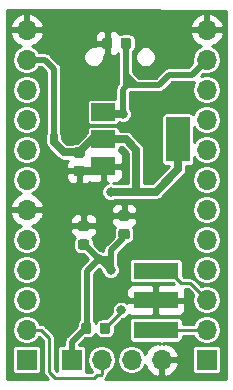
<source format=gbl>
G04 #@! TF.GenerationSoftware,KiCad,Pcbnew,(5.0.0)*
G04 #@! TF.CreationDate,2018-09-15T15:06:13-04:00*
G04 #@! TF.ProjectId,STMPod,53544D506F642E6B696361645F706362,rev?*
G04 #@! TF.SameCoordinates,Original*
G04 #@! TF.FileFunction,Copper,L2,Bot,Signal*
G04 #@! TF.FilePolarity,Positive*
%FSLAX46Y46*%
G04 Gerber Fmt 4.6, Leading zero omitted, Abs format (unit mm)*
G04 Created by KiCad (PCBNEW (5.0.0)) date 09/15/18 15:06:13*
%MOMM*%
%LPD*%
G01*
G04 APERTURE LIST*
G04 #@! TA.AperFunction,Conductor*
%ADD10C,0.100000*%
G04 #@! TD*
G04 #@! TA.AperFunction,SMDPad,CuDef*
%ADD11C,0.875000*%
G04 #@! TD*
G04 #@! TA.AperFunction,SMDPad,CuDef*
%ADD12R,3.800000X1.400000*%
G04 #@! TD*
G04 #@! TA.AperFunction,ComponentPad*
%ADD13R,1.700000X1.700000*%
G04 #@! TD*
G04 #@! TA.AperFunction,ComponentPad*
%ADD14O,1.700000X1.700000*%
G04 #@! TD*
G04 #@! TA.AperFunction,SMDPad,CuDef*
%ADD15R,2.000000X3.800000*%
G04 #@! TD*
G04 #@! TA.AperFunction,SMDPad,CuDef*
%ADD16R,2.000000X1.500000*%
G04 #@! TD*
G04 #@! TA.AperFunction,ViaPad*
%ADD17C,0.800000*%
G04 #@! TD*
G04 #@! TA.AperFunction,Conductor*
%ADD18C,0.500000*%
G04 #@! TD*
G04 #@! TA.AperFunction,Conductor*
%ADD19C,0.635000*%
G04 #@! TD*
G04 #@! TA.AperFunction,Conductor*
%ADD20C,0.250000*%
G04 #@! TD*
G04 #@! TA.AperFunction,Conductor*
%ADD21C,0.254000*%
G04 #@! TD*
G04 APERTURE END LIST*
D10*
G04 #@! TO.N,+3V3*
G04 #@! TO.C,R1*
G36*
X172934691Y-98459053D02*
X172955926Y-98462203D01*
X172976750Y-98467419D01*
X172996962Y-98474651D01*
X173016368Y-98483830D01*
X173034781Y-98494866D01*
X173052024Y-98507654D01*
X173067930Y-98522070D01*
X173082346Y-98537976D01*
X173095134Y-98555219D01*
X173106170Y-98573632D01*
X173115349Y-98593038D01*
X173122581Y-98613250D01*
X173127797Y-98634074D01*
X173130947Y-98655309D01*
X173132000Y-98676750D01*
X173132000Y-99189250D01*
X173130947Y-99210691D01*
X173127797Y-99231926D01*
X173122581Y-99252750D01*
X173115349Y-99272962D01*
X173106170Y-99292368D01*
X173095134Y-99310781D01*
X173082346Y-99328024D01*
X173067930Y-99343930D01*
X173052024Y-99358346D01*
X173034781Y-99371134D01*
X173016368Y-99382170D01*
X172996962Y-99391349D01*
X172976750Y-99398581D01*
X172955926Y-99403797D01*
X172934691Y-99406947D01*
X172913250Y-99408000D01*
X172475750Y-99408000D01*
X172454309Y-99406947D01*
X172433074Y-99403797D01*
X172412250Y-99398581D01*
X172392038Y-99391349D01*
X172372632Y-99382170D01*
X172354219Y-99371134D01*
X172336976Y-99358346D01*
X172321070Y-99343930D01*
X172306654Y-99328024D01*
X172293866Y-99310781D01*
X172282830Y-99292368D01*
X172273651Y-99272962D01*
X172266419Y-99252750D01*
X172261203Y-99231926D01*
X172258053Y-99210691D01*
X172257000Y-99189250D01*
X172257000Y-98676750D01*
X172258053Y-98655309D01*
X172261203Y-98634074D01*
X172266419Y-98613250D01*
X172273651Y-98593038D01*
X172282830Y-98573632D01*
X172293866Y-98555219D01*
X172306654Y-98537976D01*
X172321070Y-98522070D01*
X172336976Y-98507654D01*
X172354219Y-98494866D01*
X172372632Y-98483830D01*
X172392038Y-98474651D01*
X172412250Y-98467419D01*
X172433074Y-98462203D01*
X172454309Y-98459053D01*
X172475750Y-98458000D01*
X172913250Y-98458000D01*
X172934691Y-98459053D01*
X172934691Y-98459053D01*
G37*
D11*
G04 #@! TD*
G04 #@! TO.P,R1,1*
G04 #@! TO.N,+3V3*
X172694500Y-98933000D03*
D10*
G04 #@! TO.N,/RESET*
G04 #@! TO.C,R1*
G36*
X174509691Y-98459053D02*
X174530926Y-98462203D01*
X174551750Y-98467419D01*
X174571962Y-98474651D01*
X174591368Y-98483830D01*
X174609781Y-98494866D01*
X174627024Y-98507654D01*
X174642930Y-98522070D01*
X174657346Y-98537976D01*
X174670134Y-98555219D01*
X174681170Y-98573632D01*
X174690349Y-98593038D01*
X174697581Y-98613250D01*
X174702797Y-98634074D01*
X174705947Y-98655309D01*
X174707000Y-98676750D01*
X174707000Y-99189250D01*
X174705947Y-99210691D01*
X174702797Y-99231926D01*
X174697581Y-99252750D01*
X174690349Y-99272962D01*
X174681170Y-99292368D01*
X174670134Y-99310781D01*
X174657346Y-99328024D01*
X174642930Y-99343930D01*
X174627024Y-99358346D01*
X174609781Y-99371134D01*
X174591368Y-99382170D01*
X174571962Y-99391349D01*
X174551750Y-99398581D01*
X174530926Y-99403797D01*
X174509691Y-99406947D01*
X174488250Y-99408000D01*
X174050750Y-99408000D01*
X174029309Y-99406947D01*
X174008074Y-99403797D01*
X173987250Y-99398581D01*
X173967038Y-99391349D01*
X173947632Y-99382170D01*
X173929219Y-99371134D01*
X173911976Y-99358346D01*
X173896070Y-99343930D01*
X173881654Y-99328024D01*
X173868866Y-99310781D01*
X173857830Y-99292368D01*
X173848651Y-99272962D01*
X173841419Y-99252750D01*
X173836203Y-99231926D01*
X173833053Y-99210691D01*
X173832000Y-99189250D01*
X173832000Y-98676750D01*
X173833053Y-98655309D01*
X173836203Y-98634074D01*
X173841419Y-98613250D01*
X173848651Y-98593038D01*
X173857830Y-98573632D01*
X173868866Y-98555219D01*
X173881654Y-98537976D01*
X173896070Y-98522070D01*
X173911976Y-98507654D01*
X173929219Y-98494866D01*
X173947632Y-98483830D01*
X173967038Y-98474651D01*
X173987250Y-98467419D01*
X174008074Y-98462203D01*
X174029309Y-98459053D01*
X174050750Y-98458000D01*
X174488250Y-98458000D01*
X174509691Y-98459053D01*
X174509691Y-98459053D01*
G37*
D11*
G04 #@! TD*
G04 #@! TO.P,R1,2*
G04 #@! TO.N,/RESET*
X174269500Y-98933000D03*
D12*
G04 #@! TO.P,Y1,1*
G04 #@! TO.N,/OSC_0*
X178562000Y-99060000D03*
G04 #@! TO.P,Y1,2*
G04 #@! TO.N,GNDREF*
X178562000Y-96560000D03*
G04 #@! TO.P,Y1,3*
G04 #@! TO.N,/OSC_1*
X178562000Y-94060000D03*
G04 #@! TD*
D10*
G04 #@! TO.N,+5V*
G04 #@! TO.C,C1*
G36*
X176287691Y-74329053D02*
X176308926Y-74332203D01*
X176329750Y-74337419D01*
X176349962Y-74344651D01*
X176369368Y-74353830D01*
X176387781Y-74364866D01*
X176405024Y-74377654D01*
X176420930Y-74392070D01*
X176435346Y-74407976D01*
X176448134Y-74425219D01*
X176459170Y-74443632D01*
X176468349Y-74463038D01*
X176475581Y-74483250D01*
X176480797Y-74504074D01*
X176483947Y-74525309D01*
X176485000Y-74546750D01*
X176485000Y-75059250D01*
X176483947Y-75080691D01*
X176480797Y-75101926D01*
X176475581Y-75122750D01*
X176468349Y-75142962D01*
X176459170Y-75162368D01*
X176448134Y-75180781D01*
X176435346Y-75198024D01*
X176420930Y-75213930D01*
X176405024Y-75228346D01*
X176387781Y-75241134D01*
X176369368Y-75252170D01*
X176349962Y-75261349D01*
X176329750Y-75268581D01*
X176308926Y-75273797D01*
X176287691Y-75276947D01*
X176266250Y-75278000D01*
X175828750Y-75278000D01*
X175807309Y-75276947D01*
X175786074Y-75273797D01*
X175765250Y-75268581D01*
X175745038Y-75261349D01*
X175725632Y-75252170D01*
X175707219Y-75241134D01*
X175689976Y-75228346D01*
X175674070Y-75213930D01*
X175659654Y-75198024D01*
X175646866Y-75180781D01*
X175635830Y-75162368D01*
X175626651Y-75142962D01*
X175619419Y-75122750D01*
X175614203Y-75101926D01*
X175611053Y-75080691D01*
X175610000Y-75059250D01*
X175610000Y-74546750D01*
X175611053Y-74525309D01*
X175614203Y-74504074D01*
X175619419Y-74483250D01*
X175626651Y-74463038D01*
X175635830Y-74443632D01*
X175646866Y-74425219D01*
X175659654Y-74407976D01*
X175674070Y-74392070D01*
X175689976Y-74377654D01*
X175707219Y-74364866D01*
X175725632Y-74353830D01*
X175745038Y-74344651D01*
X175765250Y-74337419D01*
X175786074Y-74332203D01*
X175807309Y-74329053D01*
X175828750Y-74328000D01*
X176266250Y-74328000D01*
X176287691Y-74329053D01*
X176287691Y-74329053D01*
G37*
D11*
G04 #@! TD*
G04 #@! TO.P,C1,1*
G04 #@! TO.N,+5V*
X176047500Y-74803000D03*
D10*
G04 #@! TO.N,GNDREF*
G04 #@! TO.C,C1*
G36*
X174712691Y-74329053D02*
X174733926Y-74332203D01*
X174754750Y-74337419D01*
X174774962Y-74344651D01*
X174794368Y-74353830D01*
X174812781Y-74364866D01*
X174830024Y-74377654D01*
X174845930Y-74392070D01*
X174860346Y-74407976D01*
X174873134Y-74425219D01*
X174884170Y-74443632D01*
X174893349Y-74463038D01*
X174900581Y-74483250D01*
X174905797Y-74504074D01*
X174908947Y-74525309D01*
X174910000Y-74546750D01*
X174910000Y-75059250D01*
X174908947Y-75080691D01*
X174905797Y-75101926D01*
X174900581Y-75122750D01*
X174893349Y-75142962D01*
X174884170Y-75162368D01*
X174873134Y-75180781D01*
X174860346Y-75198024D01*
X174845930Y-75213930D01*
X174830024Y-75228346D01*
X174812781Y-75241134D01*
X174794368Y-75252170D01*
X174774962Y-75261349D01*
X174754750Y-75268581D01*
X174733926Y-75273797D01*
X174712691Y-75276947D01*
X174691250Y-75278000D01*
X174253750Y-75278000D01*
X174232309Y-75276947D01*
X174211074Y-75273797D01*
X174190250Y-75268581D01*
X174170038Y-75261349D01*
X174150632Y-75252170D01*
X174132219Y-75241134D01*
X174114976Y-75228346D01*
X174099070Y-75213930D01*
X174084654Y-75198024D01*
X174071866Y-75180781D01*
X174060830Y-75162368D01*
X174051651Y-75142962D01*
X174044419Y-75122750D01*
X174039203Y-75101926D01*
X174036053Y-75080691D01*
X174035000Y-75059250D01*
X174035000Y-74546750D01*
X174036053Y-74525309D01*
X174039203Y-74504074D01*
X174044419Y-74483250D01*
X174051651Y-74463038D01*
X174060830Y-74443632D01*
X174071866Y-74425219D01*
X174084654Y-74407976D01*
X174099070Y-74392070D01*
X174114976Y-74377654D01*
X174132219Y-74364866D01*
X174150632Y-74353830D01*
X174170038Y-74344651D01*
X174190250Y-74337419D01*
X174211074Y-74332203D01*
X174232309Y-74329053D01*
X174253750Y-74328000D01*
X174691250Y-74328000D01*
X174712691Y-74329053D01*
X174712691Y-74329053D01*
G37*
D11*
G04 #@! TD*
G04 #@! TO.P,C1,2*
G04 #@! TO.N,GNDREF*
X174472500Y-74803000D03*
D10*
G04 #@! TO.N,GNDREF*
G04 #@! TO.C,C2*
G36*
X172362691Y-85187053D02*
X172383926Y-85190203D01*
X172404750Y-85195419D01*
X172424962Y-85202651D01*
X172444368Y-85211830D01*
X172462781Y-85222866D01*
X172480024Y-85235654D01*
X172495930Y-85250070D01*
X172510346Y-85265976D01*
X172523134Y-85283219D01*
X172534170Y-85301632D01*
X172543349Y-85321038D01*
X172550581Y-85341250D01*
X172555797Y-85362074D01*
X172558947Y-85383309D01*
X172560000Y-85404750D01*
X172560000Y-85842250D01*
X172558947Y-85863691D01*
X172555797Y-85884926D01*
X172550581Y-85905750D01*
X172543349Y-85925962D01*
X172534170Y-85945368D01*
X172523134Y-85963781D01*
X172510346Y-85981024D01*
X172495930Y-85996930D01*
X172480024Y-86011346D01*
X172462781Y-86024134D01*
X172444368Y-86035170D01*
X172424962Y-86044349D01*
X172404750Y-86051581D01*
X172383926Y-86056797D01*
X172362691Y-86059947D01*
X172341250Y-86061000D01*
X171828750Y-86061000D01*
X171807309Y-86059947D01*
X171786074Y-86056797D01*
X171765250Y-86051581D01*
X171745038Y-86044349D01*
X171725632Y-86035170D01*
X171707219Y-86024134D01*
X171689976Y-86011346D01*
X171674070Y-85996930D01*
X171659654Y-85981024D01*
X171646866Y-85963781D01*
X171635830Y-85945368D01*
X171626651Y-85925962D01*
X171619419Y-85905750D01*
X171614203Y-85884926D01*
X171611053Y-85863691D01*
X171610000Y-85842250D01*
X171610000Y-85404750D01*
X171611053Y-85383309D01*
X171614203Y-85362074D01*
X171619419Y-85341250D01*
X171626651Y-85321038D01*
X171635830Y-85301632D01*
X171646866Y-85283219D01*
X171659654Y-85265976D01*
X171674070Y-85250070D01*
X171689976Y-85235654D01*
X171707219Y-85222866D01*
X171725632Y-85211830D01*
X171745038Y-85202651D01*
X171765250Y-85195419D01*
X171786074Y-85190203D01*
X171807309Y-85187053D01*
X171828750Y-85186000D01*
X172341250Y-85186000D01*
X172362691Y-85187053D01*
X172362691Y-85187053D01*
G37*
D11*
G04 #@! TD*
G04 #@! TO.P,C2,2*
G04 #@! TO.N,GNDREF*
X172085000Y-85623500D03*
D10*
G04 #@! TO.N,+3V3*
G04 #@! TO.C,C2*
G36*
X172362691Y-83612053D02*
X172383926Y-83615203D01*
X172404750Y-83620419D01*
X172424962Y-83627651D01*
X172444368Y-83636830D01*
X172462781Y-83647866D01*
X172480024Y-83660654D01*
X172495930Y-83675070D01*
X172510346Y-83690976D01*
X172523134Y-83708219D01*
X172534170Y-83726632D01*
X172543349Y-83746038D01*
X172550581Y-83766250D01*
X172555797Y-83787074D01*
X172558947Y-83808309D01*
X172560000Y-83829750D01*
X172560000Y-84267250D01*
X172558947Y-84288691D01*
X172555797Y-84309926D01*
X172550581Y-84330750D01*
X172543349Y-84350962D01*
X172534170Y-84370368D01*
X172523134Y-84388781D01*
X172510346Y-84406024D01*
X172495930Y-84421930D01*
X172480024Y-84436346D01*
X172462781Y-84449134D01*
X172444368Y-84460170D01*
X172424962Y-84469349D01*
X172404750Y-84476581D01*
X172383926Y-84481797D01*
X172362691Y-84484947D01*
X172341250Y-84486000D01*
X171828750Y-84486000D01*
X171807309Y-84484947D01*
X171786074Y-84481797D01*
X171765250Y-84476581D01*
X171745038Y-84469349D01*
X171725632Y-84460170D01*
X171707219Y-84449134D01*
X171689976Y-84436346D01*
X171674070Y-84421930D01*
X171659654Y-84406024D01*
X171646866Y-84388781D01*
X171635830Y-84370368D01*
X171626651Y-84350962D01*
X171619419Y-84330750D01*
X171614203Y-84309926D01*
X171611053Y-84288691D01*
X171610000Y-84267250D01*
X171610000Y-83829750D01*
X171611053Y-83808309D01*
X171614203Y-83787074D01*
X171619419Y-83766250D01*
X171626651Y-83746038D01*
X171635830Y-83726632D01*
X171646866Y-83708219D01*
X171659654Y-83690976D01*
X171674070Y-83675070D01*
X171689976Y-83660654D01*
X171707219Y-83647866D01*
X171725632Y-83636830D01*
X171745038Y-83627651D01*
X171765250Y-83620419D01*
X171786074Y-83615203D01*
X171807309Y-83612053D01*
X171828750Y-83611000D01*
X172341250Y-83611000D01*
X172362691Y-83612053D01*
X172362691Y-83612053D01*
G37*
D11*
G04 #@! TD*
G04 #@! TO.P,C2,1*
G04 #@! TO.N,+3V3*
X172085000Y-84048500D03*
D10*
G04 #@! TO.N,+3V3*
G04 #@! TO.C,C3*
G36*
X172743691Y-91410053D02*
X172764926Y-91413203D01*
X172785750Y-91418419D01*
X172805962Y-91425651D01*
X172825368Y-91434830D01*
X172843781Y-91445866D01*
X172861024Y-91458654D01*
X172876930Y-91473070D01*
X172891346Y-91488976D01*
X172904134Y-91506219D01*
X172915170Y-91524632D01*
X172924349Y-91544038D01*
X172931581Y-91564250D01*
X172936797Y-91585074D01*
X172939947Y-91606309D01*
X172941000Y-91627750D01*
X172941000Y-92065250D01*
X172939947Y-92086691D01*
X172936797Y-92107926D01*
X172931581Y-92128750D01*
X172924349Y-92148962D01*
X172915170Y-92168368D01*
X172904134Y-92186781D01*
X172891346Y-92204024D01*
X172876930Y-92219930D01*
X172861024Y-92234346D01*
X172843781Y-92247134D01*
X172825368Y-92258170D01*
X172805962Y-92267349D01*
X172785750Y-92274581D01*
X172764926Y-92279797D01*
X172743691Y-92282947D01*
X172722250Y-92284000D01*
X172209750Y-92284000D01*
X172188309Y-92282947D01*
X172167074Y-92279797D01*
X172146250Y-92274581D01*
X172126038Y-92267349D01*
X172106632Y-92258170D01*
X172088219Y-92247134D01*
X172070976Y-92234346D01*
X172055070Y-92219930D01*
X172040654Y-92204024D01*
X172027866Y-92186781D01*
X172016830Y-92168368D01*
X172007651Y-92148962D01*
X172000419Y-92128750D01*
X171995203Y-92107926D01*
X171992053Y-92086691D01*
X171991000Y-92065250D01*
X171991000Y-91627750D01*
X171992053Y-91606309D01*
X171995203Y-91585074D01*
X172000419Y-91564250D01*
X172007651Y-91544038D01*
X172016830Y-91524632D01*
X172027866Y-91506219D01*
X172040654Y-91488976D01*
X172055070Y-91473070D01*
X172070976Y-91458654D01*
X172088219Y-91445866D01*
X172106632Y-91434830D01*
X172126038Y-91425651D01*
X172146250Y-91418419D01*
X172167074Y-91413203D01*
X172188309Y-91410053D01*
X172209750Y-91409000D01*
X172722250Y-91409000D01*
X172743691Y-91410053D01*
X172743691Y-91410053D01*
G37*
D11*
G04 #@! TD*
G04 #@! TO.P,C3,1*
G04 #@! TO.N,+3V3*
X172466000Y-91846500D03*
D10*
G04 #@! TO.N,GNDREF*
G04 #@! TO.C,C3*
G36*
X172743691Y-89835053D02*
X172764926Y-89838203D01*
X172785750Y-89843419D01*
X172805962Y-89850651D01*
X172825368Y-89859830D01*
X172843781Y-89870866D01*
X172861024Y-89883654D01*
X172876930Y-89898070D01*
X172891346Y-89913976D01*
X172904134Y-89931219D01*
X172915170Y-89949632D01*
X172924349Y-89969038D01*
X172931581Y-89989250D01*
X172936797Y-90010074D01*
X172939947Y-90031309D01*
X172941000Y-90052750D01*
X172941000Y-90490250D01*
X172939947Y-90511691D01*
X172936797Y-90532926D01*
X172931581Y-90553750D01*
X172924349Y-90573962D01*
X172915170Y-90593368D01*
X172904134Y-90611781D01*
X172891346Y-90629024D01*
X172876930Y-90644930D01*
X172861024Y-90659346D01*
X172843781Y-90672134D01*
X172825368Y-90683170D01*
X172805962Y-90692349D01*
X172785750Y-90699581D01*
X172764926Y-90704797D01*
X172743691Y-90707947D01*
X172722250Y-90709000D01*
X172209750Y-90709000D01*
X172188309Y-90707947D01*
X172167074Y-90704797D01*
X172146250Y-90699581D01*
X172126038Y-90692349D01*
X172106632Y-90683170D01*
X172088219Y-90672134D01*
X172070976Y-90659346D01*
X172055070Y-90644930D01*
X172040654Y-90629024D01*
X172027866Y-90611781D01*
X172016830Y-90593368D01*
X172007651Y-90573962D01*
X172000419Y-90553750D01*
X171995203Y-90532926D01*
X171992053Y-90511691D01*
X171991000Y-90490250D01*
X171991000Y-90052750D01*
X171992053Y-90031309D01*
X171995203Y-90010074D01*
X172000419Y-89989250D01*
X172007651Y-89969038D01*
X172016830Y-89949632D01*
X172027866Y-89931219D01*
X172040654Y-89913976D01*
X172055070Y-89898070D01*
X172070976Y-89883654D01*
X172088219Y-89870866D01*
X172106632Y-89859830D01*
X172126038Y-89850651D01*
X172146250Y-89843419D01*
X172167074Y-89838203D01*
X172188309Y-89835053D01*
X172209750Y-89834000D01*
X172722250Y-89834000D01*
X172743691Y-89835053D01*
X172743691Y-89835053D01*
G37*
D11*
G04 #@! TD*
G04 #@! TO.P,C3,2*
G04 #@! TO.N,GNDREF*
X172466000Y-90271500D03*
D10*
G04 #@! TO.N,GNDREF*
G04 #@! TO.C,C4*
G36*
X176172691Y-88946053D02*
X176193926Y-88949203D01*
X176214750Y-88954419D01*
X176234962Y-88961651D01*
X176254368Y-88970830D01*
X176272781Y-88981866D01*
X176290024Y-88994654D01*
X176305930Y-89009070D01*
X176320346Y-89024976D01*
X176333134Y-89042219D01*
X176344170Y-89060632D01*
X176353349Y-89080038D01*
X176360581Y-89100250D01*
X176365797Y-89121074D01*
X176368947Y-89142309D01*
X176370000Y-89163750D01*
X176370000Y-89601250D01*
X176368947Y-89622691D01*
X176365797Y-89643926D01*
X176360581Y-89664750D01*
X176353349Y-89684962D01*
X176344170Y-89704368D01*
X176333134Y-89722781D01*
X176320346Y-89740024D01*
X176305930Y-89755930D01*
X176290024Y-89770346D01*
X176272781Y-89783134D01*
X176254368Y-89794170D01*
X176234962Y-89803349D01*
X176214750Y-89810581D01*
X176193926Y-89815797D01*
X176172691Y-89818947D01*
X176151250Y-89820000D01*
X175638750Y-89820000D01*
X175617309Y-89818947D01*
X175596074Y-89815797D01*
X175575250Y-89810581D01*
X175555038Y-89803349D01*
X175535632Y-89794170D01*
X175517219Y-89783134D01*
X175499976Y-89770346D01*
X175484070Y-89755930D01*
X175469654Y-89740024D01*
X175456866Y-89722781D01*
X175445830Y-89704368D01*
X175436651Y-89684962D01*
X175429419Y-89664750D01*
X175424203Y-89643926D01*
X175421053Y-89622691D01*
X175420000Y-89601250D01*
X175420000Y-89163750D01*
X175421053Y-89142309D01*
X175424203Y-89121074D01*
X175429419Y-89100250D01*
X175436651Y-89080038D01*
X175445830Y-89060632D01*
X175456866Y-89042219D01*
X175469654Y-89024976D01*
X175484070Y-89009070D01*
X175499976Y-88994654D01*
X175517219Y-88981866D01*
X175535632Y-88970830D01*
X175555038Y-88961651D01*
X175575250Y-88954419D01*
X175596074Y-88949203D01*
X175617309Y-88946053D01*
X175638750Y-88945000D01*
X176151250Y-88945000D01*
X176172691Y-88946053D01*
X176172691Y-88946053D01*
G37*
D11*
G04 #@! TD*
G04 #@! TO.P,C4,2*
G04 #@! TO.N,GNDREF*
X175895000Y-89382500D03*
D10*
G04 #@! TO.N,+3V3*
G04 #@! TO.C,C4*
G36*
X176172691Y-90521053D02*
X176193926Y-90524203D01*
X176214750Y-90529419D01*
X176234962Y-90536651D01*
X176254368Y-90545830D01*
X176272781Y-90556866D01*
X176290024Y-90569654D01*
X176305930Y-90584070D01*
X176320346Y-90599976D01*
X176333134Y-90617219D01*
X176344170Y-90635632D01*
X176353349Y-90655038D01*
X176360581Y-90675250D01*
X176365797Y-90696074D01*
X176368947Y-90717309D01*
X176370000Y-90738750D01*
X176370000Y-91176250D01*
X176368947Y-91197691D01*
X176365797Y-91218926D01*
X176360581Y-91239750D01*
X176353349Y-91259962D01*
X176344170Y-91279368D01*
X176333134Y-91297781D01*
X176320346Y-91315024D01*
X176305930Y-91330930D01*
X176290024Y-91345346D01*
X176272781Y-91358134D01*
X176254368Y-91369170D01*
X176234962Y-91378349D01*
X176214750Y-91385581D01*
X176193926Y-91390797D01*
X176172691Y-91393947D01*
X176151250Y-91395000D01*
X175638750Y-91395000D01*
X175617309Y-91393947D01*
X175596074Y-91390797D01*
X175575250Y-91385581D01*
X175555038Y-91378349D01*
X175535632Y-91369170D01*
X175517219Y-91358134D01*
X175499976Y-91345346D01*
X175484070Y-91330930D01*
X175469654Y-91315024D01*
X175456866Y-91297781D01*
X175445830Y-91279368D01*
X175436651Y-91259962D01*
X175429419Y-91239750D01*
X175424203Y-91218926D01*
X175421053Y-91197691D01*
X175420000Y-91176250D01*
X175420000Y-90738750D01*
X175421053Y-90717309D01*
X175424203Y-90696074D01*
X175429419Y-90675250D01*
X175436651Y-90655038D01*
X175445830Y-90635632D01*
X175456866Y-90617219D01*
X175469654Y-90599976D01*
X175484070Y-90584070D01*
X175499976Y-90569654D01*
X175517219Y-90556866D01*
X175535632Y-90545830D01*
X175555038Y-90536651D01*
X175575250Y-90529419D01*
X175596074Y-90524203D01*
X175617309Y-90521053D01*
X175638750Y-90520000D01*
X176151250Y-90520000D01*
X176172691Y-90521053D01*
X176172691Y-90521053D01*
G37*
D11*
G04 #@! TD*
G04 #@! TO.P,C4,1*
G04 #@! TO.N,+3V3*
X175895000Y-90957500D03*
D13*
G04 #@! TO.P,J1,1*
G04 #@! TO.N,+3V3*
X171450000Y-101600000D03*
D14*
G04 #@! TO.P,J1,2*
G04 #@! TO.N,/SWCLK*
X173990000Y-101600000D03*
G04 #@! TO.P,J1,3*
G04 #@! TO.N,/SWDIO*
X176530000Y-101600000D03*
G04 #@! TO.P,J1,4*
G04 #@! TO.N,GNDREF*
X179070000Y-101600000D03*
G04 #@! TD*
D13*
G04 #@! TO.P,J2,1*
G04 #@! TO.N,/BOOT*
X182880000Y-101600000D03*
D14*
G04 #@! TO.P,J2,2*
G04 #@! TO.N,/OSC_0*
X182880000Y-99060000D03*
G04 #@! TO.P,J2,3*
G04 #@! TO.N,/OSC_1*
X182880000Y-96520000D03*
G04 #@! TO.P,J2,4*
G04 #@! TO.N,/RESET*
X182880000Y-93980000D03*
G04 #@! TO.P,J2,5*
G04 #@! TO.N,+3V3*
X182880000Y-91440000D03*
G04 #@! TO.P,J2,6*
G04 #@! TO.N,/PA0*
X182880000Y-88900000D03*
G04 #@! TO.P,J2,7*
G04 #@! TO.N,/PA1*
X182880000Y-86360000D03*
G04 #@! TO.P,J2,8*
G04 #@! TO.N,/PA2*
X182880000Y-83820000D03*
G04 #@! TO.P,J2,9*
G04 #@! TO.N,/PA3*
X182880000Y-81280000D03*
G04 #@! TO.P,J2,10*
G04 #@! TO.N,/PA4*
X182880000Y-78740000D03*
G04 #@! TO.P,J2,11*
G04 #@! TO.N,+5V*
X182880000Y-76200000D03*
G04 #@! TO.P,J2,12*
G04 #@! TO.N,GNDREF*
X182880000Y-73660000D03*
G04 #@! TD*
G04 #@! TO.P,J3,12*
G04 #@! TO.N,GNDREF*
X167640000Y-73660000D03*
G04 #@! TO.P,J3,11*
G04 #@! TO.N,+3V3*
X167640000Y-76200000D03*
G04 #@! TO.P,J3,10*
G04 #@! TO.N,/PA5*
X167640000Y-78740000D03*
G04 #@! TO.P,J3,9*
G04 #@! TO.N,/PA6*
X167640000Y-81280000D03*
G04 #@! TO.P,J3,8*
G04 #@! TO.N,/PA7*
X167640000Y-83820000D03*
G04 #@! TO.P,J3,7*
G04 #@! TO.N,/PB1*
X167640000Y-86360000D03*
G04 #@! TO.P,J3,6*
G04 #@! TO.N,GNDREF*
X167640000Y-88900000D03*
G04 #@! TO.P,J3,5*
G04 #@! TO.N,+3V3*
X167640000Y-91440000D03*
G04 #@! TO.P,J3,4*
G04 #@! TO.N,/PA9*
X167640000Y-93980000D03*
G04 #@! TO.P,J3,3*
G04 #@! TO.N,/PA10*
X167640000Y-96520000D03*
G04 #@! TO.P,J3,2*
G04 #@! TO.N,/SWCLK*
X167640000Y-99060000D03*
D13*
G04 #@! TO.P,J3,1*
G04 #@! TO.N,/SWDIO*
X167640000Y-101600000D03*
G04 #@! TD*
D15*
G04 #@! TO.P,U2,2*
G04 #@! TO.N,+3V3*
X180442000Y-82931000D03*
D16*
X174142000Y-82931000D03*
G04 #@! TO.P,U2,3*
G04 #@! TO.N,+5V*
X174142000Y-80631000D03*
G04 #@! TO.P,U2,1*
G04 #@! TO.N,GNDREF*
X174142000Y-85231000D03*
G04 #@! TD*
D17*
G04 #@! TO.N,+3V3*
X173736000Y-93091000D03*
X174752000Y-87376000D03*
X174752000Y-93979994D03*
G04 #@! TO.N,/RESET*
X175641000Y-97409000D03*
G04 #@! TO.N,GNDREF*
X174244000Y-89154000D03*
X171069000Y-75692000D03*
X179959000Y-76073000D03*
X174625000Y-95758000D03*
G04 #@! TO.N,+5V*
X175768000Y-80772000D03*
G04 #@! TD*
D18*
G04 #@! TO.N,+3V3*
X167640000Y-76200000D02*
X169164000Y-76200000D01*
X169164000Y-76200000D02*
X169926000Y-76962000D01*
X171450000Y-100076000D02*
X171450000Y-101600000D01*
X172720000Y-98806000D02*
X171450000Y-100076000D01*
X173736000Y-93091000D02*
X172720000Y-94107000D01*
X172720000Y-94107000D02*
X172720000Y-98806000D01*
X173863006Y-93091000D02*
X174752000Y-93979994D01*
X173736000Y-93091000D02*
X173863006Y-93091000D01*
X174752000Y-93218000D02*
X174752000Y-93979994D01*
X174625000Y-93091000D02*
X174752000Y-93218000D01*
X173736000Y-93091000D02*
X174625000Y-93091000D01*
X172491500Y-91846500D02*
X173736000Y-93091000D01*
X172466000Y-91846500D02*
X172491500Y-91846500D01*
X175768000Y-91338500D02*
X174777500Y-92329000D01*
X174752000Y-92329000D02*
X174752000Y-93218000D01*
X174777500Y-92329000D02*
X174752000Y-92329000D01*
D19*
X180442000Y-85496000D02*
X180442000Y-82931000D01*
X178562000Y-87376000D02*
X180442000Y-85496000D01*
X176911000Y-87376000D02*
X176911000Y-83820000D01*
X174752000Y-87376000D02*
X176911000Y-87376000D01*
X176911000Y-87376000D02*
X178562000Y-87376000D01*
X176022000Y-82931000D02*
X174142000Y-82931000D01*
X176911000Y-83820000D02*
X176022000Y-82931000D01*
X173202500Y-82931000D02*
X174142000Y-82931000D01*
X172085000Y-84048500D02*
X173202500Y-82931000D01*
D18*
X169926000Y-76962000D02*
X169926000Y-82677000D01*
D19*
X169926000Y-83185000D02*
X169926000Y-82677000D01*
X172085000Y-84048500D02*
X170789500Y-84048500D01*
X170789500Y-84048500D02*
X169926000Y-83185000D01*
D20*
G04 #@! TO.N,/RESET*
X174269500Y-98907500D02*
X174269500Y-98933000D01*
X175641000Y-97409000D02*
X175641000Y-97536000D01*
X175641000Y-97536000D02*
X174269500Y-98907500D01*
G04 #@! TO.N,GNDREF*
X174244000Y-89154000D02*
X174244000Y-90398500D01*
X170669001Y-75292001D02*
X170669001Y-74403001D01*
X171069000Y-75692000D02*
X170669001Y-75292001D01*
X169926000Y-73660000D02*
X167640000Y-73660000D01*
X170669001Y-74403001D02*
X169926000Y-73660000D01*
X176412000Y-96560000D02*
X175483000Y-95631000D01*
X176412000Y-96560000D02*
X178562000Y-96560000D01*
D19*
X173749500Y-85623500D02*
X174142000Y-85231000D01*
X172085000Y-85623500D02*
X173749500Y-85623500D01*
D20*
G04 #@! TO.N,/OSC_0*
X180712000Y-99060000D02*
X182880000Y-99060000D01*
X178562000Y-99060000D02*
X180712000Y-99060000D01*
G04 #@! TO.N,/OSC_1*
X178562000Y-94060000D02*
X179658000Y-94060000D01*
X179658000Y-94060000D02*
X180721000Y-95123000D01*
X181483000Y-95123000D02*
X182880000Y-96520000D01*
X180721000Y-95123000D02*
X181483000Y-95123000D01*
G04 #@! TO.N,/SWCLK*
X173990000Y-102802081D02*
X173990000Y-101600000D01*
X173922081Y-102870000D02*
X173990000Y-102802081D01*
X173609000Y-102870000D02*
X173922081Y-102870000D01*
X167640000Y-99060000D02*
X168842081Y-99060000D01*
X169545000Y-99762919D02*
X169545000Y-102616000D01*
X169545000Y-102616000D02*
X170053000Y-103124000D01*
X170053000Y-103124000D02*
X173355000Y-103124000D01*
X168842081Y-99060000D02*
X169545000Y-99762919D01*
X173355000Y-103124000D02*
X173609000Y-102870000D01*
G04 #@! TO.N,+5V*
X176163000Y-78345000D02*
X178410000Y-78345000D01*
D18*
X176047500Y-77482500D02*
X176047500Y-74803000D01*
X178410000Y-78345000D02*
X176910000Y-78345000D01*
X176910000Y-78345000D02*
X176047500Y-77482500D01*
X176163000Y-78345000D02*
X176910000Y-78345000D01*
X176047500Y-78229500D02*
X176163000Y-78345000D01*
X176047500Y-77482500D02*
X176047500Y-78229500D01*
X178410000Y-78345000D02*
X178830000Y-78345000D01*
X178830000Y-78345000D02*
X179705000Y-77470000D01*
X181610000Y-77470000D02*
X182880000Y-76200000D01*
X179705000Y-77470000D02*
X181610000Y-77470000D01*
X175768000Y-78740000D02*
X175768000Y-80206315D01*
X175768000Y-80206315D02*
X175768000Y-80772000D01*
X176163000Y-78345000D02*
X175768000Y-78740000D01*
D19*
X174283000Y-80772000D02*
X174142000Y-80631000D01*
X175768000Y-80772000D02*
X174283000Y-80772000D01*
G04 #@! TD*
D21*
G04 #@! TO.N,GNDREF*
G36*
X184531000Y-72080710D02*
X184531000Y-103251000D01*
X174262651Y-103251000D01*
X174286887Y-103234806D01*
X174314092Y-103194091D01*
X174354806Y-103166887D01*
X174466641Y-102999512D01*
X174496000Y-102851916D01*
X174496000Y-102851915D01*
X174505913Y-102802081D01*
X174496000Y-102752247D01*
X174496000Y-102742412D01*
X174877501Y-102487501D01*
X175149576Y-102080312D01*
X175245116Y-101600000D01*
X175274884Y-101600000D01*
X175370424Y-102080312D01*
X175642499Y-102487501D01*
X176049688Y-102759576D01*
X176408761Y-102831000D01*
X176651239Y-102831000D01*
X177010312Y-102759576D01*
X177417501Y-102487501D01*
X177687755Y-102083037D01*
X177874817Y-102481358D01*
X178303076Y-102871645D01*
X178713110Y-103041476D01*
X178943000Y-102920155D01*
X178943000Y-101727000D01*
X179197000Y-101727000D01*
X179197000Y-102920155D01*
X179426890Y-103041476D01*
X179836924Y-102871645D01*
X180265183Y-102481358D01*
X180511486Y-101956892D01*
X180390819Y-101727000D01*
X179197000Y-101727000D01*
X178943000Y-101727000D01*
X178923000Y-101727000D01*
X178923000Y-101473000D01*
X178943000Y-101473000D01*
X178943000Y-101453000D01*
X179197000Y-101453000D01*
X179197000Y-101473000D01*
X180390819Y-101473000D01*
X180511486Y-101243108D01*
X180279910Y-100750000D01*
X181641536Y-100750000D01*
X181641536Y-102450000D01*
X181671106Y-102598659D01*
X181755314Y-102724686D01*
X181881341Y-102808894D01*
X182030000Y-102838464D01*
X183730000Y-102838464D01*
X183878659Y-102808894D01*
X184004686Y-102724686D01*
X184088894Y-102598659D01*
X184118464Y-102450000D01*
X184118464Y-100750000D01*
X184088894Y-100601341D01*
X184004686Y-100475314D01*
X183878659Y-100391106D01*
X183730000Y-100361536D01*
X182030000Y-100361536D01*
X181881341Y-100391106D01*
X181755314Y-100475314D01*
X181671106Y-100601341D01*
X181641536Y-100750000D01*
X180279910Y-100750000D01*
X180265183Y-100718642D01*
X179836924Y-100328355D01*
X179426890Y-100158524D01*
X179197002Y-100279844D01*
X179197002Y-100148464D01*
X180462000Y-100148464D01*
X180610659Y-100118894D01*
X180736686Y-100034686D01*
X180820894Y-99908659D01*
X180850464Y-99760000D01*
X180850464Y-99566000D01*
X181737588Y-99566000D01*
X181992499Y-99947501D01*
X182399688Y-100219576D01*
X182758761Y-100291000D01*
X183001239Y-100291000D01*
X183360312Y-100219576D01*
X183767501Y-99947501D01*
X184039576Y-99540312D01*
X184135116Y-99060000D01*
X184039576Y-98579688D01*
X183767501Y-98172499D01*
X183360312Y-97900424D01*
X183001239Y-97829000D01*
X182758761Y-97829000D01*
X182399688Y-97900424D01*
X181992499Y-98172499D01*
X181737588Y-98554000D01*
X180850464Y-98554000D01*
X180850464Y-98360000D01*
X180820894Y-98211341D01*
X180736686Y-98085314D01*
X180610659Y-98001106D01*
X180462000Y-97971536D01*
X176662000Y-97971536D01*
X176513341Y-98001106D01*
X176387314Y-98085314D01*
X176303106Y-98211341D01*
X176273536Y-98360000D01*
X176273536Y-99760000D01*
X176303106Y-99908659D01*
X176387314Y-100034686D01*
X176513341Y-100118894D01*
X176662000Y-100148464D01*
X178942998Y-100148464D01*
X178942998Y-100279844D01*
X178713110Y-100158524D01*
X178303076Y-100328355D01*
X177874817Y-100718642D01*
X177687755Y-101116963D01*
X177417501Y-100712499D01*
X177010312Y-100440424D01*
X176651239Y-100369000D01*
X176408761Y-100369000D01*
X176049688Y-100440424D01*
X175642499Y-100712499D01*
X175370424Y-101119688D01*
X175274884Y-101600000D01*
X175245116Y-101600000D01*
X175149576Y-101119688D01*
X174877501Y-100712499D01*
X174470312Y-100440424D01*
X174111239Y-100369000D01*
X173868761Y-100369000D01*
X173509688Y-100440424D01*
X173102499Y-100712499D01*
X172830424Y-101119688D01*
X172734884Y-101600000D01*
X172830424Y-102080312D01*
X173102499Y-102487501D01*
X173206450Y-102556959D01*
X173145409Y-102618000D01*
X172645971Y-102618000D01*
X172658894Y-102598659D01*
X172688464Y-102450000D01*
X172688464Y-100750000D01*
X172658894Y-100601341D01*
X172574686Y-100475314D01*
X172448659Y-100391106D01*
X172300000Y-100361536D01*
X172081000Y-100361536D01*
X172081000Y-100337368D01*
X172621905Y-99796464D01*
X172913250Y-99796464D01*
X173145621Y-99750243D01*
X173342615Y-99618615D01*
X173474243Y-99421621D01*
X173482000Y-99382624D01*
X173489757Y-99421621D01*
X173621385Y-99618615D01*
X173818379Y-99750243D01*
X174050750Y-99796464D01*
X174488250Y-99796464D01*
X174720621Y-99750243D01*
X174917615Y-99618615D01*
X175049243Y-99421621D01*
X175095464Y-99189250D01*
X175095464Y-98797127D01*
X175702592Y-98190000D01*
X175796351Y-98190000D01*
X176083401Y-98071100D01*
X176303100Y-97851401D01*
X176321747Y-97806382D01*
X176535690Y-97895000D01*
X178276250Y-97895000D01*
X178435000Y-97736250D01*
X178435000Y-96687000D01*
X178689000Y-96687000D01*
X178689000Y-97736250D01*
X178847750Y-97895000D01*
X180588310Y-97895000D01*
X180821699Y-97798327D01*
X181000327Y-97619698D01*
X181097000Y-97386309D01*
X181097000Y-96845750D01*
X180938250Y-96687000D01*
X178689000Y-96687000D01*
X178435000Y-96687000D01*
X176185750Y-96687000D01*
X176104626Y-96768125D01*
X176083401Y-96746900D01*
X175796351Y-96628000D01*
X175485649Y-96628000D01*
X175198599Y-96746900D01*
X174978900Y-96966599D01*
X174860000Y-97253649D01*
X174860000Y-97564351D01*
X174870854Y-97590554D01*
X174391873Y-98069536D01*
X174050750Y-98069536D01*
X173818379Y-98115757D01*
X173621385Y-98247385D01*
X173489757Y-98444379D01*
X173482000Y-98483376D01*
X173474243Y-98444379D01*
X173351000Y-98259934D01*
X173351000Y-95733691D01*
X176027000Y-95733691D01*
X176027000Y-96274250D01*
X176185750Y-96433000D01*
X178435000Y-96433000D01*
X178435000Y-95383750D01*
X178276250Y-95225000D01*
X176535690Y-95225000D01*
X176302301Y-95321673D01*
X176123673Y-95500302D01*
X176027000Y-95733691D01*
X173351000Y-95733691D01*
X173351000Y-94368368D01*
X173799503Y-93919866D01*
X173971000Y-94091363D01*
X173971000Y-94135345D01*
X174089900Y-94422395D01*
X174309599Y-94642094D01*
X174596649Y-94760994D01*
X174907351Y-94760994D01*
X175194401Y-94642094D01*
X175414100Y-94422395D01*
X175533000Y-94135345D01*
X175533000Y-93824643D01*
X175414100Y-93537593D01*
X175383000Y-93506493D01*
X175383000Y-93360000D01*
X176273536Y-93360000D01*
X176273536Y-94760000D01*
X176303106Y-94908659D01*
X176387314Y-95034686D01*
X176513341Y-95118894D01*
X176662000Y-95148464D01*
X180030872Y-95148464D01*
X180107408Y-95225000D01*
X178847750Y-95225000D01*
X178689000Y-95383750D01*
X178689000Y-96433000D01*
X180938250Y-96433000D01*
X181097000Y-96274250D01*
X181097000Y-95733691D01*
X181053636Y-95629000D01*
X181273409Y-95629000D01*
X181714397Y-96069988D01*
X181624884Y-96520000D01*
X181720424Y-97000312D01*
X181992499Y-97407501D01*
X182399688Y-97679576D01*
X182758761Y-97751000D01*
X183001239Y-97751000D01*
X183360312Y-97679576D01*
X183767501Y-97407501D01*
X184039576Y-97000312D01*
X184135116Y-96520000D01*
X184039576Y-96039688D01*
X183767501Y-95632499D01*
X183360312Y-95360424D01*
X183001239Y-95289000D01*
X182758761Y-95289000D01*
X182429988Y-95354397D01*
X181876039Y-94800447D01*
X181847806Y-94758194D01*
X181680431Y-94646359D01*
X181532835Y-94617000D01*
X181532834Y-94617000D01*
X181483000Y-94607087D01*
X181433166Y-94617000D01*
X180930592Y-94617000D01*
X180850464Y-94536872D01*
X180850464Y-93980000D01*
X181624884Y-93980000D01*
X181720424Y-94460312D01*
X181992499Y-94867501D01*
X182399688Y-95139576D01*
X182758761Y-95211000D01*
X183001239Y-95211000D01*
X183360312Y-95139576D01*
X183767501Y-94867501D01*
X184039576Y-94460312D01*
X184135116Y-93980000D01*
X184039576Y-93499688D01*
X183767501Y-93092499D01*
X183360312Y-92820424D01*
X183001239Y-92749000D01*
X182758761Y-92749000D01*
X182399688Y-92820424D01*
X181992499Y-93092499D01*
X181720424Y-93499688D01*
X181624884Y-93980000D01*
X180850464Y-93980000D01*
X180850464Y-93360000D01*
X180820894Y-93211341D01*
X180736686Y-93085314D01*
X180610659Y-93001106D01*
X180462000Y-92971536D01*
X176662000Y-92971536D01*
X176513341Y-93001106D01*
X176387314Y-93085314D01*
X176303106Y-93211341D01*
X176273536Y-93360000D01*
X175383000Y-93360000D01*
X175383000Y-93280146D01*
X175395362Y-93217999D01*
X175383000Y-93155852D01*
X175383000Y-92615868D01*
X176231333Y-91767535D01*
X176383621Y-91737243D01*
X176580615Y-91605615D01*
X176691276Y-91440000D01*
X181624884Y-91440000D01*
X181720424Y-91920312D01*
X181992499Y-92327501D01*
X182399688Y-92599576D01*
X182758761Y-92671000D01*
X183001239Y-92671000D01*
X183360312Y-92599576D01*
X183767501Y-92327501D01*
X184039576Y-91920312D01*
X184135116Y-91440000D01*
X184039576Y-90959688D01*
X183767501Y-90552499D01*
X183360312Y-90280424D01*
X183001239Y-90209000D01*
X182758761Y-90209000D01*
X182399688Y-90280424D01*
X181992499Y-90552499D01*
X181720424Y-90959688D01*
X181624884Y-91440000D01*
X176691276Y-91440000D01*
X176712243Y-91408621D01*
X176758464Y-91176250D01*
X176758464Y-90738750D01*
X176712243Y-90506379D01*
X176638546Y-90396084D01*
X176729699Y-90358327D01*
X176908327Y-90179698D01*
X177005000Y-89946309D01*
X177005000Y-89668250D01*
X176846250Y-89509500D01*
X176022000Y-89509500D01*
X176022000Y-89529500D01*
X175768000Y-89529500D01*
X175768000Y-89509500D01*
X174943750Y-89509500D01*
X174785000Y-89668250D01*
X174785000Y-89946309D01*
X174881673Y-90179698D01*
X175060301Y-90358327D01*
X175151454Y-90396084D01*
X175077757Y-90506379D01*
X175031536Y-90738750D01*
X175031536Y-91176250D01*
X175032589Y-91181543D01*
X174426612Y-91787520D01*
X174297074Y-91874074D01*
X174157611Y-92082796D01*
X174108638Y-92329000D01*
X174121000Y-92391149D01*
X174121000Y-92405124D01*
X173891351Y-92310000D01*
X173847368Y-92310000D01*
X173329464Y-91792096D01*
X173329464Y-91627750D01*
X173283243Y-91395379D01*
X173209546Y-91285084D01*
X173300699Y-91247327D01*
X173479327Y-91068698D01*
X173576000Y-90835309D01*
X173576000Y-90557250D01*
X173417250Y-90398500D01*
X172593000Y-90398500D01*
X172593000Y-90418500D01*
X172339000Y-90418500D01*
X172339000Y-90398500D01*
X171514750Y-90398500D01*
X171356000Y-90557250D01*
X171356000Y-90835309D01*
X171452673Y-91068698D01*
X171631301Y-91247327D01*
X171722454Y-91285084D01*
X171648757Y-91395379D01*
X171602536Y-91627750D01*
X171602536Y-92065250D01*
X171648757Y-92297621D01*
X171780385Y-92494615D01*
X171977379Y-92626243D01*
X172209750Y-92672464D01*
X172425096Y-92672464D01*
X172843632Y-93091000D01*
X172317764Y-93616868D01*
X172265074Y-93652074D01*
X172157957Y-93812388D01*
X172125611Y-93860797D01*
X172076638Y-94107000D01*
X172089000Y-94169148D01*
X172089001Y-98218910D01*
X172046385Y-98247385D01*
X171914757Y-98444379D01*
X171868536Y-98676750D01*
X171868536Y-98765095D01*
X171047764Y-99585868D01*
X170995074Y-99621074D01*
X170900297Y-99762919D01*
X170855611Y-99829797D01*
X170806638Y-100076000D01*
X170819000Y-100138148D01*
X170819000Y-100361536D01*
X170600000Y-100361536D01*
X170451341Y-100391106D01*
X170325314Y-100475314D01*
X170241106Y-100601341D01*
X170211536Y-100750000D01*
X170211536Y-102450000D01*
X170240573Y-102595982D01*
X170051000Y-102406409D01*
X170051000Y-99812754D01*
X170060913Y-99762919D01*
X170021641Y-99565488D01*
X170002366Y-99536641D01*
X169909806Y-99398113D01*
X169867556Y-99369883D01*
X169235119Y-98737447D01*
X169206887Y-98695194D01*
X169039512Y-98583359D01*
X168891916Y-98554000D01*
X168891915Y-98554000D01*
X168842081Y-98544087D01*
X168792247Y-98554000D01*
X168782412Y-98554000D01*
X168527501Y-98172499D01*
X168120312Y-97900424D01*
X167761239Y-97829000D01*
X167518761Y-97829000D01*
X167159688Y-97900424D01*
X166752499Y-98172499D01*
X166480424Y-98579688D01*
X166384884Y-99060000D01*
X166480424Y-99540312D01*
X166752499Y-99947501D01*
X167159688Y-100219576D01*
X167518761Y-100291000D01*
X167761239Y-100291000D01*
X168120312Y-100219576D01*
X168527501Y-99947501D01*
X168722361Y-99655872D01*
X169039000Y-99972511D01*
X169039001Y-102566161D01*
X169029087Y-102616000D01*
X169068360Y-102813431D01*
X169180195Y-102980806D01*
X169222445Y-103009036D01*
X169464408Y-103251000D01*
X165989000Y-103251000D01*
X165989000Y-100750000D01*
X166401536Y-100750000D01*
X166401536Y-102450000D01*
X166431106Y-102598659D01*
X166515314Y-102724686D01*
X166641341Y-102808894D01*
X166790000Y-102838464D01*
X168490000Y-102838464D01*
X168638659Y-102808894D01*
X168764686Y-102724686D01*
X168848894Y-102598659D01*
X168878464Y-102450000D01*
X168878464Y-100750000D01*
X168848894Y-100601341D01*
X168764686Y-100475314D01*
X168638659Y-100391106D01*
X168490000Y-100361536D01*
X166790000Y-100361536D01*
X166641341Y-100391106D01*
X166515314Y-100475314D01*
X166431106Y-100601341D01*
X166401536Y-100750000D01*
X165989000Y-100750000D01*
X165989000Y-96520000D01*
X166384884Y-96520000D01*
X166480424Y-97000312D01*
X166752499Y-97407501D01*
X167159688Y-97679576D01*
X167518761Y-97751000D01*
X167761239Y-97751000D01*
X168120312Y-97679576D01*
X168527501Y-97407501D01*
X168799576Y-97000312D01*
X168895116Y-96520000D01*
X168799576Y-96039688D01*
X168527501Y-95632499D01*
X168120312Y-95360424D01*
X167761239Y-95289000D01*
X167518761Y-95289000D01*
X167159688Y-95360424D01*
X166752499Y-95632499D01*
X166480424Y-96039688D01*
X166384884Y-96520000D01*
X165989000Y-96520000D01*
X165989000Y-93980000D01*
X166384884Y-93980000D01*
X166480424Y-94460312D01*
X166752499Y-94867501D01*
X167159688Y-95139576D01*
X167518761Y-95211000D01*
X167761239Y-95211000D01*
X168120312Y-95139576D01*
X168527501Y-94867501D01*
X168799576Y-94460312D01*
X168895116Y-93980000D01*
X168799576Y-93499688D01*
X168527501Y-93092499D01*
X168120312Y-92820424D01*
X167761239Y-92749000D01*
X167518761Y-92749000D01*
X167159688Y-92820424D01*
X166752499Y-93092499D01*
X166480424Y-93499688D01*
X166384884Y-93980000D01*
X165989000Y-93980000D01*
X165989000Y-89256890D01*
X166198524Y-89256890D01*
X166368355Y-89666924D01*
X166758642Y-90095183D01*
X167156963Y-90282245D01*
X166752499Y-90552499D01*
X166480424Y-90959688D01*
X166384884Y-91440000D01*
X166480424Y-91920312D01*
X166752499Y-92327501D01*
X167159688Y-92599576D01*
X167518761Y-92671000D01*
X167761239Y-92671000D01*
X168120312Y-92599576D01*
X168527501Y-92327501D01*
X168799576Y-91920312D01*
X168895116Y-91440000D01*
X168799576Y-90959688D01*
X168527501Y-90552499D01*
X168123037Y-90282245D01*
X168521358Y-90095183D01*
X168874492Y-89707691D01*
X171356000Y-89707691D01*
X171356000Y-89985750D01*
X171514750Y-90144500D01*
X172339000Y-90144500D01*
X172339000Y-89357750D01*
X172593000Y-89357750D01*
X172593000Y-90144500D01*
X173417250Y-90144500D01*
X173576000Y-89985750D01*
X173576000Y-89707691D01*
X173479327Y-89474302D01*
X173300699Y-89295673D01*
X173067310Y-89199000D01*
X172751750Y-89199000D01*
X172593000Y-89357750D01*
X172339000Y-89357750D01*
X172180250Y-89199000D01*
X171864690Y-89199000D01*
X171631301Y-89295673D01*
X171452673Y-89474302D01*
X171356000Y-89707691D01*
X168874492Y-89707691D01*
X168911645Y-89666924D01*
X169081476Y-89256890D01*
X168960155Y-89027000D01*
X167767000Y-89027000D01*
X167767000Y-89047000D01*
X167513000Y-89047000D01*
X167513000Y-89027000D01*
X166319845Y-89027000D01*
X166198524Y-89256890D01*
X165989000Y-89256890D01*
X165989000Y-88818691D01*
X174785000Y-88818691D01*
X174785000Y-89096750D01*
X174943750Y-89255500D01*
X175768000Y-89255500D01*
X175768000Y-88468750D01*
X176022000Y-88468750D01*
X176022000Y-89255500D01*
X176846250Y-89255500D01*
X177005000Y-89096750D01*
X177005000Y-88900000D01*
X181624884Y-88900000D01*
X181720424Y-89380312D01*
X181992499Y-89787501D01*
X182399688Y-90059576D01*
X182758761Y-90131000D01*
X183001239Y-90131000D01*
X183360312Y-90059576D01*
X183767501Y-89787501D01*
X184039576Y-89380312D01*
X184135116Y-88900000D01*
X184039576Y-88419688D01*
X183767501Y-88012499D01*
X183360312Y-87740424D01*
X183001239Y-87669000D01*
X182758761Y-87669000D01*
X182399688Y-87740424D01*
X181992499Y-88012499D01*
X181720424Y-88419688D01*
X181624884Y-88900000D01*
X177005000Y-88900000D01*
X177005000Y-88818691D01*
X176908327Y-88585302D01*
X176729699Y-88406673D01*
X176496310Y-88310000D01*
X176180750Y-88310000D01*
X176022000Y-88468750D01*
X175768000Y-88468750D01*
X175609250Y-88310000D01*
X175293690Y-88310000D01*
X175060301Y-88406673D01*
X174881673Y-88585302D01*
X174785000Y-88818691D01*
X165989000Y-88818691D01*
X165989000Y-88543110D01*
X166198524Y-88543110D01*
X166319845Y-88773000D01*
X167513000Y-88773000D01*
X167513000Y-88753000D01*
X167767000Y-88753000D01*
X167767000Y-88773000D01*
X168960155Y-88773000D01*
X169081476Y-88543110D01*
X168911645Y-88133076D01*
X168521358Y-87704817D01*
X168123037Y-87517755D01*
X168527501Y-87247501D01*
X168799576Y-86840312D01*
X168895116Y-86360000D01*
X168805457Y-85909250D01*
X170975000Y-85909250D01*
X170975000Y-86187309D01*
X171071673Y-86420698D01*
X171250301Y-86599327D01*
X171483690Y-86696000D01*
X171799250Y-86696000D01*
X171958000Y-86537250D01*
X171958000Y-85750500D01*
X171133750Y-85750500D01*
X170975000Y-85909250D01*
X168805457Y-85909250D01*
X168799576Y-85879688D01*
X168527501Y-85472499D01*
X168120312Y-85200424D01*
X167761239Y-85129000D01*
X167518761Y-85129000D01*
X167159688Y-85200424D01*
X166752499Y-85472499D01*
X166480424Y-85879688D01*
X166384884Y-86360000D01*
X166480424Y-86840312D01*
X166752499Y-87247501D01*
X167156963Y-87517755D01*
X166758642Y-87704817D01*
X166368355Y-88133076D01*
X166198524Y-88543110D01*
X165989000Y-88543110D01*
X165989000Y-83820000D01*
X166384884Y-83820000D01*
X166480424Y-84300312D01*
X166752499Y-84707501D01*
X167159688Y-84979576D01*
X167518761Y-85051000D01*
X167761239Y-85051000D01*
X168120312Y-84979576D01*
X168527501Y-84707501D01*
X168799576Y-84300312D01*
X168895116Y-83820000D01*
X168799576Y-83339688D01*
X168527501Y-82932499D01*
X168120312Y-82660424D01*
X167761239Y-82589000D01*
X167518761Y-82589000D01*
X167159688Y-82660424D01*
X166752499Y-82932499D01*
X166480424Y-83339688D01*
X166384884Y-83820000D01*
X165989000Y-83820000D01*
X165989000Y-81280000D01*
X166384884Y-81280000D01*
X166480424Y-81760312D01*
X166752499Y-82167501D01*
X167159688Y-82439576D01*
X167518761Y-82511000D01*
X167761239Y-82511000D01*
X168120312Y-82439576D01*
X168527501Y-82167501D01*
X168799576Y-81760312D01*
X168895116Y-81280000D01*
X168799576Y-80799688D01*
X168527501Y-80392499D01*
X168120312Y-80120424D01*
X167761239Y-80049000D01*
X167518761Y-80049000D01*
X167159688Y-80120424D01*
X166752499Y-80392499D01*
X166480424Y-80799688D01*
X166384884Y-81280000D01*
X165989000Y-81280000D01*
X165989000Y-78740000D01*
X166384884Y-78740000D01*
X166480424Y-79220312D01*
X166752499Y-79627501D01*
X167159688Y-79899576D01*
X167518761Y-79971000D01*
X167761239Y-79971000D01*
X168120312Y-79899576D01*
X168527501Y-79627501D01*
X168799576Y-79220312D01*
X168895116Y-78740000D01*
X168799576Y-78259688D01*
X168527501Y-77852499D01*
X168120312Y-77580424D01*
X167761239Y-77509000D01*
X167518761Y-77509000D01*
X167159688Y-77580424D01*
X166752499Y-77852499D01*
X166480424Y-78259688D01*
X166384884Y-78740000D01*
X165989000Y-78740000D01*
X165989000Y-74016890D01*
X166198524Y-74016890D01*
X166368355Y-74426924D01*
X166758642Y-74855183D01*
X167156963Y-75042245D01*
X166752499Y-75312499D01*
X166480424Y-75719688D01*
X166384884Y-76200000D01*
X166480424Y-76680312D01*
X166752499Y-77087501D01*
X167159688Y-77359576D01*
X167518761Y-77431000D01*
X167761239Y-77431000D01*
X168120312Y-77359576D01*
X168527501Y-77087501D01*
X168698889Y-76831000D01*
X168902632Y-76831000D01*
X169295000Y-77223368D01*
X169295001Y-82364091D01*
X169268028Y-82404459D01*
X169227500Y-82608206D01*
X169227500Y-83116210D01*
X169213817Y-83185000D01*
X169227500Y-83253790D01*
X169227500Y-83253793D01*
X169268028Y-83457540D01*
X169422410Y-83688589D01*
X169480731Y-83727558D01*
X170246941Y-84493769D01*
X170285910Y-84552090D01*
X170516959Y-84706472D01*
X170720706Y-84747000D01*
X170720710Y-84747000D01*
X170789499Y-84760683D01*
X170858288Y-84747000D01*
X171150975Y-84747000D01*
X171071673Y-84826302D01*
X170975000Y-85059691D01*
X170975000Y-85337750D01*
X171133750Y-85496500D01*
X171958000Y-85496500D01*
X171958000Y-85476500D01*
X172212000Y-85476500D01*
X172212000Y-85496500D01*
X172232000Y-85496500D01*
X172232000Y-85750500D01*
X172212000Y-85750500D01*
X172212000Y-86537250D01*
X172370750Y-86696000D01*
X172686310Y-86696000D01*
X172919699Y-86599327D01*
X172936025Y-86583001D01*
X173015691Y-86616000D01*
X173856250Y-86616000D01*
X174015000Y-86457250D01*
X174015000Y-85358000D01*
X173995000Y-85358000D01*
X173995000Y-85104000D01*
X174015000Y-85104000D01*
X174015000Y-85084000D01*
X174269000Y-85084000D01*
X174269000Y-85104000D01*
X175618250Y-85104000D01*
X175777000Y-84945250D01*
X175777000Y-84354690D01*
X175680327Y-84121301D01*
X175501698Y-83942673D01*
X175441924Y-83917914D01*
X175500894Y-83829659D01*
X175530464Y-83681000D01*
X175530464Y-83629500D01*
X175732673Y-83629500D01*
X176212501Y-84109329D01*
X176212500Y-86677500D01*
X175106524Y-86677500D01*
X174958049Y-86616000D01*
X175268309Y-86616000D01*
X175501698Y-86519327D01*
X175680327Y-86340699D01*
X175777000Y-86107310D01*
X175777000Y-85516750D01*
X175618250Y-85358000D01*
X174269000Y-85358000D01*
X174269000Y-86457250D01*
X174427750Y-86616000D01*
X174545951Y-86616000D01*
X174309599Y-86713900D01*
X174089900Y-86933599D01*
X173971000Y-87220649D01*
X173971000Y-87531351D01*
X174089900Y-87818401D01*
X174309599Y-88038100D01*
X174596649Y-88157000D01*
X174907351Y-88157000D01*
X175106524Y-88074500D01*
X176842206Y-88074500D01*
X176911000Y-88088184D01*
X176979794Y-88074500D01*
X178493210Y-88074500D01*
X178562000Y-88088183D01*
X178630790Y-88074500D01*
X178630794Y-88074500D01*
X178834541Y-88033972D01*
X179065590Y-87879590D01*
X179104560Y-87821267D01*
X180565827Y-86360000D01*
X181624884Y-86360000D01*
X181720424Y-86840312D01*
X181992499Y-87247501D01*
X182399688Y-87519576D01*
X182758761Y-87591000D01*
X183001239Y-87591000D01*
X183360312Y-87519576D01*
X183767501Y-87247501D01*
X184039576Y-86840312D01*
X184135116Y-86360000D01*
X184039576Y-85879688D01*
X183767501Y-85472499D01*
X183360312Y-85200424D01*
X183001239Y-85129000D01*
X182758761Y-85129000D01*
X182399688Y-85200424D01*
X181992499Y-85472499D01*
X181720424Y-85879688D01*
X181624884Y-86360000D01*
X180565827Y-86360000D01*
X180887271Y-86038557D01*
X180945589Y-85999590D01*
X180984556Y-85941272D01*
X180984558Y-85941270D01*
X181099971Y-85768542D01*
X181099972Y-85768541D01*
X181140500Y-85564794D01*
X181140500Y-85564790D01*
X181154183Y-85496001D01*
X181140500Y-85427212D01*
X181140500Y-85219464D01*
X181442000Y-85219464D01*
X181590659Y-85189894D01*
X181716686Y-85105686D01*
X181800894Y-84979659D01*
X181830464Y-84831000D01*
X181830464Y-84464998D01*
X181992499Y-84707501D01*
X182399688Y-84979576D01*
X182758761Y-85051000D01*
X183001239Y-85051000D01*
X183360312Y-84979576D01*
X183767501Y-84707501D01*
X184039576Y-84300312D01*
X184135116Y-83820000D01*
X184039576Y-83339688D01*
X183767501Y-82932499D01*
X183360312Y-82660424D01*
X183001239Y-82589000D01*
X182758761Y-82589000D01*
X182399688Y-82660424D01*
X181992499Y-82932499D01*
X181830464Y-83175002D01*
X181830464Y-81924998D01*
X181992499Y-82167501D01*
X182399688Y-82439576D01*
X182758761Y-82511000D01*
X183001239Y-82511000D01*
X183360312Y-82439576D01*
X183767501Y-82167501D01*
X184039576Y-81760312D01*
X184135116Y-81280000D01*
X184039576Y-80799688D01*
X183767501Y-80392499D01*
X183360312Y-80120424D01*
X183001239Y-80049000D01*
X182758761Y-80049000D01*
X182399688Y-80120424D01*
X181992499Y-80392499D01*
X181733046Y-80780798D01*
X181716686Y-80756314D01*
X181590659Y-80672106D01*
X181442000Y-80642536D01*
X179442000Y-80642536D01*
X179293341Y-80672106D01*
X179167314Y-80756314D01*
X179083106Y-80882341D01*
X179053536Y-81031000D01*
X179053536Y-84831000D01*
X179083106Y-84979659D01*
X179167314Y-85105686D01*
X179293341Y-85189894D01*
X179442000Y-85219464D01*
X179730708Y-85219464D01*
X178272673Y-86677500D01*
X177609500Y-86677500D01*
X177609500Y-83888790D01*
X177623183Y-83820000D01*
X177609500Y-83751210D01*
X177609500Y-83751206D01*
X177568972Y-83547459D01*
X177414590Y-83316410D01*
X177356269Y-83277441D01*
X176564560Y-82485733D01*
X176525590Y-82427410D01*
X176294541Y-82273028D01*
X176090794Y-82232500D01*
X176090790Y-82232500D01*
X176022000Y-82218817D01*
X175953210Y-82232500D01*
X175530464Y-82232500D01*
X175530464Y-82181000D01*
X175500894Y-82032341D01*
X175416686Y-81906314D01*
X175290659Y-81822106D01*
X175142000Y-81792536D01*
X173142000Y-81792536D01*
X172993341Y-81822106D01*
X172867314Y-81906314D01*
X172783106Y-82032341D01*
X172753536Y-82181000D01*
X172753536Y-82390910D01*
X172698910Y-82427410D01*
X172659943Y-82485728D01*
X171923136Y-83222536D01*
X171828750Y-83222536D01*
X171596379Y-83268757D01*
X171474791Y-83350000D01*
X171078828Y-83350000D01*
X170624500Y-82895673D01*
X170624500Y-82608206D01*
X170583972Y-82404459D01*
X170557000Y-82364093D01*
X170557000Y-79881000D01*
X172753536Y-79881000D01*
X172753536Y-81381000D01*
X172783106Y-81529659D01*
X172867314Y-81655686D01*
X172993341Y-81739894D01*
X173142000Y-81769464D01*
X175142000Y-81769464D01*
X175290659Y-81739894D01*
X175416686Y-81655686D01*
X175500894Y-81529659D01*
X175505111Y-81508456D01*
X175612649Y-81553000D01*
X175923351Y-81553000D01*
X176210401Y-81434100D01*
X176430100Y-81214401D01*
X176549000Y-80927351D01*
X176549000Y-80616649D01*
X176430100Y-80329599D01*
X176399000Y-80298499D01*
X176399000Y-79001368D01*
X176424368Y-78976000D01*
X176847852Y-78976000D01*
X176909999Y-78988362D01*
X176972146Y-78976000D01*
X178767852Y-78976000D01*
X178830000Y-78988362D01*
X178892148Y-78976000D01*
X179076204Y-78939389D01*
X179284926Y-78799926D01*
X179320132Y-78747236D01*
X179966369Y-78101000D01*
X181547852Y-78101000D01*
X181610000Y-78113362D01*
X181672148Y-78101000D01*
X181850108Y-78065601D01*
X181720424Y-78259688D01*
X181624884Y-78740000D01*
X181720424Y-79220312D01*
X181992499Y-79627501D01*
X182399688Y-79899576D01*
X182758761Y-79971000D01*
X183001239Y-79971000D01*
X183360312Y-79899576D01*
X183767501Y-79627501D01*
X184039576Y-79220312D01*
X184135116Y-78740000D01*
X184039576Y-78259688D01*
X183767501Y-77852499D01*
X183360312Y-77580424D01*
X183001239Y-77509000D01*
X182758761Y-77509000D01*
X182399688Y-77580424D01*
X182376351Y-77596017D01*
X182577436Y-77394932D01*
X182758761Y-77431000D01*
X183001239Y-77431000D01*
X183360312Y-77359576D01*
X183767501Y-77087501D01*
X184039576Y-76680312D01*
X184135116Y-76200000D01*
X184039576Y-75719688D01*
X183767501Y-75312499D01*
X183363037Y-75042245D01*
X183761358Y-74855183D01*
X184151645Y-74426924D01*
X184321476Y-74016890D01*
X184200155Y-73787000D01*
X183007000Y-73787000D01*
X183007000Y-73807000D01*
X182753000Y-73807000D01*
X182753000Y-73787000D01*
X181559845Y-73787000D01*
X181438524Y-74016890D01*
X181608355Y-74426924D01*
X181998642Y-74855183D01*
X182396963Y-75042245D01*
X181992499Y-75312499D01*
X181720424Y-75719688D01*
X181624884Y-76200000D01*
X181685068Y-76502564D01*
X181348632Y-76839000D01*
X179767148Y-76839000D01*
X179705000Y-76826638D01*
X179642852Y-76839000D01*
X179458796Y-76875611D01*
X179250074Y-77015074D01*
X179214870Y-77067761D01*
X178568632Y-77714000D01*
X177171369Y-77714000D01*
X176678500Y-77221132D01*
X176678500Y-75770758D01*
X176833000Y-75770758D01*
X176833000Y-76121242D01*
X176967124Y-76445047D01*
X177214953Y-76692876D01*
X177538758Y-76827000D01*
X177889242Y-76827000D01*
X178213047Y-76692876D01*
X178460876Y-76445047D01*
X178595000Y-76121242D01*
X178595000Y-75770758D01*
X178460876Y-75446953D01*
X178213047Y-75199124D01*
X177889242Y-75065000D01*
X177538758Y-75065000D01*
X177214953Y-75199124D01*
X176967124Y-75446953D01*
X176833000Y-75770758D01*
X176678500Y-75770758D01*
X176678500Y-75500051D01*
X176695615Y-75488615D01*
X176827243Y-75291621D01*
X176873464Y-75059250D01*
X176873464Y-74546750D01*
X176827243Y-74314379D01*
X176695615Y-74117385D01*
X176498621Y-73985757D01*
X176266250Y-73939536D01*
X175828750Y-73939536D01*
X175596379Y-73985757D01*
X175486084Y-74059454D01*
X175448327Y-73968301D01*
X175269698Y-73789673D01*
X175036309Y-73693000D01*
X174758250Y-73693000D01*
X174599500Y-73851750D01*
X174599500Y-74676000D01*
X174619500Y-74676000D01*
X174619500Y-74930000D01*
X174599500Y-74930000D01*
X174599500Y-75754250D01*
X174758250Y-75913000D01*
X175036309Y-75913000D01*
X175269698Y-75816327D01*
X175416501Y-75669525D01*
X175416500Y-77420352D01*
X175404138Y-77482500D01*
X175416500Y-77544647D01*
X175416500Y-78167352D01*
X175408609Y-78207023D01*
X175365765Y-78249867D01*
X175313074Y-78285074D01*
X175185701Y-78475703D01*
X175173611Y-78493797D01*
X175124638Y-78740000D01*
X175137000Y-78802148D01*
X175137001Y-79492536D01*
X173142000Y-79492536D01*
X172993341Y-79522106D01*
X172867314Y-79606314D01*
X172783106Y-79732341D01*
X172753536Y-79881000D01*
X170557000Y-79881000D01*
X170557000Y-77024148D01*
X170569362Y-76962000D01*
X170520389Y-76715796D01*
X170479717Y-76654926D01*
X170380926Y-76507074D01*
X170328236Y-76471868D01*
X169654133Y-75797765D01*
X169636088Y-75770758D01*
X172433000Y-75770758D01*
X172433000Y-76121242D01*
X172567124Y-76445047D01*
X172814953Y-76692876D01*
X173138758Y-76827000D01*
X173489242Y-76827000D01*
X173813047Y-76692876D01*
X174060876Y-76445047D01*
X174195000Y-76121242D01*
X174195000Y-75904750D01*
X174345500Y-75754250D01*
X174345500Y-74930000D01*
X173558750Y-74930000D01*
X173423750Y-75065000D01*
X173138758Y-75065000D01*
X172814953Y-75199124D01*
X172567124Y-75446953D01*
X172433000Y-75770758D01*
X169636088Y-75770758D01*
X169618926Y-75745074D01*
X169410204Y-75605611D01*
X169226148Y-75569000D01*
X169164000Y-75556638D01*
X169101852Y-75569000D01*
X168698889Y-75569000D01*
X168527501Y-75312499D01*
X168123037Y-75042245D01*
X168521358Y-74855183D01*
X168911645Y-74426924D01*
X169004934Y-74201690D01*
X173400000Y-74201690D01*
X173400000Y-74517250D01*
X173558750Y-74676000D01*
X174345500Y-74676000D01*
X174345500Y-73851750D01*
X174186750Y-73693000D01*
X173908691Y-73693000D01*
X173675302Y-73789673D01*
X173496673Y-73968301D01*
X173400000Y-74201690D01*
X169004934Y-74201690D01*
X169081476Y-74016890D01*
X168960155Y-73787000D01*
X167767000Y-73787000D01*
X167767000Y-73807000D01*
X167513000Y-73807000D01*
X167513000Y-73787000D01*
X166319845Y-73787000D01*
X166198524Y-74016890D01*
X165989000Y-74016890D01*
X165989000Y-73303110D01*
X166198524Y-73303110D01*
X166319845Y-73533000D01*
X167513000Y-73533000D01*
X167513000Y-72339181D01*
X167767000Y-72339181D01*
X167767000Y-73533000D01*
X168960155Y-73533000D01*
X169081476Y-73303110D01*
X181438524Y-73303110D01*
X181559845Y-73533000D01*
X182753000Y-73533000D01*
X182753000Y-72339181D01*
X183007000Y-72339181D01*
X183007000Y-73533000D01*
X184200155Y-73533000D01*
X184321476Y-73303110D01*
X184151645Y-72893076D01*
X183761358Y-72464817D01*
X183236892Y-72218514D01*
X183007000Y-72339181D01*
X182753000Y-72339181D01*
X182523108Y-72218514D01*
X181998642Y-72464817D01*
X181608355Y-72893076D01*
X181438524Y-73303110D01*
X169081476Y-73303110D01*
X168911645Y-72893076D01*
X168521358Y-72464817D01*
X167996892Y-72218514D01*
X167767000Y-72339181D01*
X167513000Y-72339181D01*
X167283108Y-72218514D01*
X166758642Y-72464817D01*
X166368355Y-72893076D01*
X166198524Y-73303110D01*
X165989000Y-73303110D01*
X165989000Y-72009000D01*
X173487615Y-72009000D01*
X184531000Y-72080710D01*
X184531000Y-72080710D01*
G37*
X184531000Y-72080710D02*
X184531000Y-103251000D01*
X174262651Y-103251000D01*
X174286887Y-103234806D01*
X174314092Y-103194091D01*
X174354806Y-103166887D01*
X174466641Y-102999512D01*
X174496000Y-102851916D01*
X174496000Y-102851915D01*
X174505913Y-102802081D01*
X174496000Y-102752247D01*
X174496000Y-102742412D01*
X174877501Y-102487501D01*
X175149576Y-102080312D01*
X175245116Y-101600000D01*
X175274884Y-101600000D01*
X175370424Y-102080312D01*
X175642499Y-102487501D01*
X176049688Y-102759576D01*
X176408761Y-102831000D01*
X176651239Y-102831000D01*
X177010312Y-102759576D01*
X177417501Y-102487501D01*
X177687755Y-102083037D01*
X177874817Y-102481358D01*
X178303076Y-102871645D01*
X178713110Y-103041476D01*
X178943000Y-102920155D01*
X178943000Y-101727000D01*
X179197000Y-101727000D01*
X179197000Y-102920155D01*
X179426890Y-103041476D01*
X179836924Y-102871645D01*
X180265183Y-102481358D01*
X180511486Y-101956892D01*
X180390819Y-101727000D01*
X179197000Y-101727000D01*
X178943000Y-101727000D01*
X178923000Y-101727000D01*
X178923000Y-101473000D01*
X178943000Y-101473000D01*
X178943000Y-101453000D01*
X179197000Y-101453000D01*
X179197000Y-101473000D01*
X180390819Y-101473000D01*
X180511486Y-101243108D01*
X180279910Y-100750000D01*
X181641536Y-100750000D01*
X181641536Y-102450000D01*
X181671106Y-102598659D01*
X181755314Y-102724686D01*
X181881341Y-102808894D01*
X182030000Y-102838464D01*
X183730000Y-102838464D01*
X183878659Y-102808894D01*
X184004686Y-102724686D01*
X184088894Y-102598659D01*
X184118464Y-102450000D01*
X184118464Y-100750000D01*
X184088894Y-100601341D01*
X184004686Y-100475314D01*
X183878659Y-100391106D01*
X183730000Y-100361536D01*
X182030000Y-100361536D01*
X181881341Y-100391106D01*
X181755314Y-100475314D01*
X181671106Y-100601341D01*
X181641536Y-100750000D01*
X180279910Y-100750000D01*
X180265183Y-100718642D01*
X179836924Y-100328355D01*
X179426890Y-100158524D01*
X179197002Y-100279844D01*
X179197002Y-100148464D01*
X180462000Y-100148464D01*
X180610659Y-100118894D01*
X180736686Y-100034686D01*
X180820894Y-99908659D01*
X180850464Y-99760000D01*
X180850464Y-99566000D01*
X181737588Y-99566000D01*
X181992499Y-99947501D01*
X182399688Y-100219576D01*
X182758761Y-100291000D01*
X183001239Y-100291000D01*
X183360312Y-100219576D01*
X183767501Y-99947501D01*
X184039576Y-99540312D01*
X184135116Y-99060000D01*
X184039576Y-98579688D01*
X183767501Y-98172499D01*
X183360312Y-97900424D01*
X183001239Y-97829000D01*
X182758761Y-97829000D01*
X182399688Y-97900424D01*
X181992499Y-98172499D01*
X181737588Y-98554000D01*
X180850464Y-98554000D01*
X180850464Y-98360000D01*
X180820894Y-98211341D01*
X180736686Y-98085314D01*
X180610659Y-98001106D01*
X180462000Y-97971536D01*
X176662000Y-97971536D01*
X176513341Y-98001106D01*
X176387314Y-98085314D01*
X176303106Y-98211341D01*
X176273536Y-98360000D01*
X176273536Y-99760000D01*
X176303106Y-99908659D01*
X176387314Y-100034686D01*
X176513341Y-100118894D01*
X176662000Y-100148464D01*
X178942998Y-100148464D01*
X178942998Y-100279844D01*
X178713110Y-100158524D01*
X178303076Y-100328355D01*
X177874817Y-100718642D01*
X177687755Y-101116963D01*
X177417501Y-100712499D01*
X177010312Y-100440424D01*
X176651239Y-100369000D01*
X176408761Y-100369000D01*
X176049688Y-100440424D01*
X175642499Y-100712499D01*
X175370424Y-101119688D01*
X175274884Y-101600000D01*
X175245116Y-101600000D01*
X175149576Y-101119688D01*
X174877501Y-100712499D01*
X174470312Y-100440424D01*
X174111239Y-100369000D01*
X173868761Y-100369000D01*
X173509688Y-100440424D01*
X173102499Y-100712499D01*
X172830424Y-101119688D01*
X172734884Y-101600000D01*
X172830424Y-102080312D01*
X173102499Y-102487501D01*
X173206450Y-102556959D01*
X173145409Y-102618000D01*
X172645971Y-102618000D01*
X172658894Y-102598659D01*
X172688464Y-102450000D01*
X172688464Y-100750000D01*
X172658894Y-100601341D01*
X172574686Y-100475314D01*
X172448659Y-100391106D01*
X172300000Y-100361536D01*
X172081000Y-100361536D01*
X172081000Y-100337368D01*
X172621905Y-99796464D01*
X172913250Y-99796464D01*
X173145621Y-99750243D01*
X173342615Y-99618615D01*
X173474243Y-99421621D01*
X173482000Y-99382624D01*
X173489757Y-99421621D01*
X173621385Y-99618615D01*
X173818379Y-99750243D01*
X174050750Y-99796464D01*
X174488250Y-99796464D01*
X174720621Y-99750243D01*
X174917615Y-99618615D01*
X175049243Y-99421621D01*
X175095464Y-99189250D01*
X175095464Y-98797127D01*
X175702592Y-98190000D01*
X175796351Y-98190000D01*
X176083401Y-98071100D01*
X176303100Y-97851401D01*
X176321747Y-97806382D01*
X176535690Y-97895000D01*
X178276250Y-97895000D01*
X178435000Y-97736250D01*
X178435000Y-96687000D01*
X178689000Y-96687000D01*
X178689000Y-97736250D01*
X178847750Y-97895000D01*
X180588310Y-97895000D01*
X180821699Y-97798327D01*
X181000327Y-97619698D01*
X181097000Y-97386309D01*
X181097000Y-96845750D01*
X180938250Y-96687000D01*
X178689000Y-96687000D01*
X178435000Y-96687000D01*
X176185750Y-96687000D01*
X176104626Y-96768125D01*
X176083401Y-96746900D01*
X175796351Y-96628000D01*
X175485649Y-96628000D01*
X175198599Y-96746900D01*
X174978900Y-96966599D01*
X174860000Y-97253649D01*
X174860000Y-97564351D01*
X174870854Y-97590554D01*
X174391873Y-98069536D01*
X174050750Y-98069536D01*
X173818379Y-98115757D01*
X173621385Y-98247385D01*
X173489757Y-98444379D01*
X173482000Y-98483376D01*
X173474243Y-98444379D01*
X173351000Y-98259934D01*
X173351000Y-95733691D01*
X176027000Y-95733691D01*
X176027000Y-96274250D01*
X176185750Y-96433000D01*
X178435000Y-96433000D01*
X178435000Y-95383750D01*
X178276250Y-95225000D01*
X176535690Y-95225000D01*
X176302301Y-95321673D01*
X176123673Y-95500302D01*
X176027000Y-95733691D01*
X173351000Y-95733691D01*
X173351000Y-94368368D01*
X173799503Y-93919866D01*
X173971000Y-94091363D01*
X173971000Y-94135345D01*
X174089900Y-94422395D01*
X174309599Y-94642094D01*
X174596649Y-94760994D01*
X174907351Y-94760994D01*
X175194401Y-94642094D01*
X175414100Y-94422395D01*
X175533000Y-94135345D01*
X175533000Y-93824643D01*
X175414100Y-93537593D01*
X175383000Y-93506493D01*
X175383000Y-93360000D01*
X176273536Y-93360000D01*
X176273536Y-94760000D01*
X176303106Y-94908659D01*
X176387314Y-95034686D01*
X176513341Y-95118894D01*
X176662000Y-95148464D01*
X180030872Y-95148464D01*
X180107408Y-95225000D01*
X178847750Y-95225000D01*
X178689000Y-95383750D01*
X178689000Y-96433000D01*
X180938250Y-96433000D01*
X181097000Y-96274250D01*
X181097000Y-95733691D01*
X181053636Y-95629000D01*
X181273409Y-95629000D01*
X181714397Y-96069988D01*
X181624884Y-96520000D01*
X181720424Y-97000312D01*
X181992499Y-97407501D01*
X182399688Y-97679576D01*
X182758761Y-97751000D01*
X183001239Y-97751000D01*
X183360312Y-97679576D01*
X183767501Y-97407501D01*
X184039576Y-97000312D01*
X184135116Y-96520000D01*
X184039576Y-96039688D01*
X183767501Y-95632499D01*
X183360312Y-95360424D01*
X183001239Y-95289000D01*
X182758761Y-95289000D01*
X182429988Y-95354397D01*
X181876039Y-94800447D01*
X181847806Y-94758194D01*
X181680431Y-94646359D01*
X181532835Y-94617000D01*
X181532834Y-94617000D01*
X181483000Y-94607087D01*
X181433166Y-94617000D01*
X180930592Y-94617000D01*
X180850464Y-94536872D01*
X180850464Y-93980000D01*
X181624884Y-93980000D01*
X181720424Y-94460312D01*
X181992499Y-94867501D01*
X182399688Y-95139576D01*
X182758761Y-95211000D01*
X183001239Y-95211000D01*
X183360312Y-95139576D01*
X183767501Y-94867501D01*
X184039576Y-94460312D01*
X184135116Y-93980000D01*
X184039576Y-93499688D01*
X183767501Y-93092499D01*
X183360312Y-92820424D01*
X183001239Y-92749000D01*
X182758761Y-92749000D01*
X182399688Y-92820424D01*
X181992499Y-93092499D01*
X181720424Y-93499688D01*
X181624884Y-93980000D01*
X180850464Y-93980000D01*
X180850464Y-93360000D01*
X180820894Y-93211341D01*
X180736686Y-93085314D01*
X180610659Y-93001106D01*
X180462000Y-92971536D01*
X176662000Y-92971536D01*
X176513341Y-93001106D01*
X176387314Y-93085314D01*
X176303106Y-93211341D01*
X176273536Y-93360000D01*
X175383000Y-93360000D01*
X175383000Y-93280146D01*
X175395362Y-93217999D01*
X175383000Y-93155852D01*
X175383000Y-92615868D01*
X176231333Y-91767535D01*
X176383621Y-91737243D01*
X176580615Y-91605615D01*
X176691276Y-91440000D01*
X181624884Y-91440000D01*
X181720424Y-91920312D01*
X181992499Y-92327501D01*
X182399688Y-92599576D01*
X182758761Y-92671000D01*
X183001239Y-92671000D01*
X183360312Y-92599576D01*
X183767501Y-92327501D01*
X184039576Y-91920312D01*
X184135116Y-91440000D01*
X184039576Y-90959688D01*
X183767501Y-90552499D01*
X183360312Y-90280424D01*
X183001239Y-90209000D01*
X182758761Y-90209000D01*
X182399688Y-90280424D01*
X181992499Y-90552499D01*
X181720424Y-90959688D01*
X181624884Y-91440000D01*
X176691276Y-91440000D01*
X176712243Y-91408621D01*
X176758464Y-91176250D01*
X176758464Y-90738750D01*
X176712243Y-90506379D01*
X176638546Y-90396084D01*
X176729699Y-90358327D01*
X176908327Y-90179698D01*
X177005000Y-89946309D01*
X177005000Y-89668250D01*
X176846250Y-89509500D01*
X176022000Y-89509500D01*
X176022000Y-89529500D01*
X175768000Y-89529500D01*
X175768000Y-89509500D01*
X174943750Y-89509500D01*
X174785000Y-89668250D01*
X174785000Y-89946309D01*
X174881673Y-90179698D01*
X175060301Y-90358327D01*
X175151454Y-90396084D01*
X175077757Y-90506379D01*
X175031536Y-90738750D01*
X175031536Y-91176250D01*
X175032589Y-91181543D01*
X174426612Y-91787520D01*
X174297074Y-91874074D01*
X174157611Y-92082796D01*
X174108638Y-92329000D01*
X174121000Y-92391149D01*
X174121000Y-92405124D01*
X173891351Y-92310000D01*
X173847368Y-92310000D01*
X173329464Y-91792096D01*
X173329464Y-91627750D01*
X173283243Y-91395379D01*
X173209546Y-91285084D01*
X173300699Y-91247327D01*
X173479327Y-91068698D01*
X173576000Y-90835309D01*
X173576000Y-90557250D01*
X173417250Y-90398500D01*
X172593000Y-90398500D01*
X172593000Y-90418500D01*
X172339000Y-90418500D01*
X172339000Y-90398500D01*
X171514750Y-90398500D01*
X171356000Y-90557250D01*
X171356000Y-90835309D01*
X171452673Y-91068698D01*
X171631301Y-91247327D01*
X171722454Y-91285084D01*
X171648757Y-91395379D01*
X171602536Y-91627750D01*
X171602536Y-92065250D01*
X171648757Y-92297621D01*
X171780385Y-92494615D01*
X171977379Y-92626243D01*
X172209750Y-92672464D01*
X172425096Y-92672464D01*
X172843632Y-93091000D01*
X172317764Y-93616868D01*
X172265074Y-93652074D01*
X172157957Y-93812388D01*
X172125611Y-93860797D01*
X172076638Y-94107000D01*
X172089000Y-94169148D01*
X172089001Y-98218910D01*
X172046385Y-98247385D01*
X171914757Y-98444379D01*
X171868536Y-98676750D01*
X171868536Y-98765095D01*
X171047764Y-99585868D01*
X170995074Y-99621074D01*
X170900297Y-99762919D01*
X170855611Y-99829797D01*
X170806638Y-100076000D01*
X170819000Y-100138148D01*
X170819000Y-100361536D01*
X170600000Y-100361536D01*
X170451341Y-100391106D01*
X170325314Y-100475314D01*
X170241106Y-100601341D01*
X170211536Y-100750000D01*
X170211536Y-102450000D01*
X170240573Y-102595982D01*
X170051000Y-102406409D01*
X170051000Y-99812754D01*
X170060913Y-99762919D01*
X170021641Y-99565488D01*
X170002366Y-99536641D01*
X169909806Y-99398113D01*
X169867556Y-99369883D01*
X169235119Y-98737447D01*
X169206887Y-98695194D01*
X169039512Y-98583359D01*
X168891916Y-98554000D01*
X168891915Y-98554000D01*
X168842081Y-98544087D01*
X168792247Y-98554000D01*
X168782412Y-98554000D01*
X168527501Y-98172499D01*
X168120312Y-97900424D01*
X167761239Y-97829000D01*
X167518761Y-97829000D01*
X167159688Y-97900424D01*
X166752499Y-98172499D01*
X166480424Y-98579688D01*
X166384884Y-99060000D01*
X166480424Y-99540312D01*
X166752499Y-99947501D01*
X167159688Y-100219576D01*
X167518761Y-100291000D01*
X167761239Y-100291000D01*
X168120312Y-100219576D01*
X168527501Y-99947501D01*
X168722361Y-99655872D01*
X169039000Y-99972511D01*
X169039001Y-102566161D01*
X169029087Y-102616000D01*
X169068360Y-102813431D01*
X169180195Y-102980806D01*
X169222445Y-103009036D01*
X169464408Y-103251000D01*
X165989000Y-103251000D01*
X165989000Y-100750000D01*
X166401536Y-100750000D01*
X166401536Y-102450000D01*
X166431106Y-102598659D01*
X166515314Y-102724686D01*
X166641341Y-102808894D01*
X166790000Y-102838464D01*
X168490000Y-102838464D01*
X168638659Y-102808894D01*
X168764686Y-102724686D01*
X168848894Y-102598659D01*
X168878464Y-102450000D01*
X168878464Y-100750000D01*
X168848894Y-100601341D01*
X168764686Y-100475314D01*
X168638659Y-100391106D01*
X168490000Y-100361536D01*
X166790000Y-100361536D01*
X166641341Y-100391106D01*
X166515314Y-100475314D01*
X166431106Y-100601341D01*
X166401536Y-100750000D01*
X165989000Y-100750000D01*
X165989000Y-96520000D01*
X166384884Y-96520000D01*
X166480424Y-97000312D01*
X166752499Y-97407501D01*
X167159688Y-97679576D01*
X167518761Y-97751000D01*
X167761239Y-97751000D01*
X168120312Y-97679576D01*
X168527501Y-97407501D01*
X168799576Y-97000312D01*
X168895116Y-96520000D01*
X168799576Y-96039688D01*
X168527501Y-95632499D01*
X168120312Y-95360424D01*
X167761239Y-95289000D01*
X167518761Y-95289000D01*
X167159688Y-95360424D01*
X166752499Y-95632499D01*
X166480424Y-96039688D01*
X166384884Y-96520000D01*
X165989000Y-96520000D01*
X165989000Y-93980000D01*
X166384884Y-93980000D01*
X166480424Y-94460312D01*
X166752499Y-94867501D01*
X167159688Y-95139576D01*
X167518761Y-95211000D01*
X167761239Y-95211000D01*
X168120312Y-95139576D01*
X168527501Y-94867501D01*
X168799576Y-94460312D01*
X168895116Y-93980000D01*
X168799576Y-93499688D01*
X168527501Y-93092499D01*
X168120312Y-92820424D01*
X167761239Y-92749000D01*
X167518761Y-92749000D01*
X167159688Y-92820424D01*
X166752499Y-93092499D01*
X166480424Y-93499688D01*
X166384884Y-93980000D01*
X165989000Y-93980000D01*
X165989000Y-89256890D01*
X166198524Y-89256890D01*
X166368355Y-89666924D01*
X166758642Y-90095183D01*
X167156963Y-90282245D01*
X166752499Y-90552499D01*
X166480424Y-90959688D01*
X166384884Y-91440000D01*
X166480424Y-91920312D01*
X166752499Y-92327501D01*
X167159688Y-92599576D01*
X167518761Y-92671000D01*
X167761239Y-92671000D01*
X168120312Y-92599576D01*
X168527501Y-92327501D01*
X168799576Y-91920312D01*
X168895116Y-91440000D01*
X168799576Y-90959688D01*
X168527501Y-90552499D01*
X168123037Y-90282245D01*
X168521358Y-90095183D01*
X168874492Y-89707691D01*
X171356000Y-89707691D01*
X171356000Y-89985750D01*
X171514750Y-90144500D01*
X172339000Y-90144500D01*
X172339000Y-89357750D01*
X172593000Y-89357750D01*
X172593000Y-90144500D01*
X173417250Y-90144500D01*
X173576000Y-89985750D01*
X173576000Y-89707691D01*
X173479327Y-89474302D01*
X173300699Y-89295673D01*
X173067310Y-89199000D01*
X172751750Y-89199000D01*
X172593000Y-89357750D01*
X172339000Y-89357750D01*
X172180250Y-89199000D01*
X171864690Y-89199000D01*
X171631301Y-89295673D01*
X171452673Y-89474302D01*
X171356000Y-89707691D01*
X168874492Y-89707691D01*
X168911645Y-89666924D01*
X169081476Y-89256890D01*
X168960155Y-89027000D01*
X167767000Y-89027000D01*
X167767000Y-89047000D01*
X167513000Y-89047000D01*
X167513000Y-89027000D01*
X166319845Y-89027000D01*
X166198524Y-89256890D01*
X165989000Y-89256890D01*
X165989000Y-88818691D01*
X174785000Y-88818691D01*
X174785000Y-89096750D01*
X174943750Y-89255500D01*
X175768000Y-89255500D01*
X175768000Y-88468750D01*
X176022000Y-88468750D01*
X176022000Y-89255500D01*
X176846250Y-89255500D01*
X177005000Y-89096750D01*
X177005000Y-88900000D01*
X181624884Y-88900000D01*
X181720424Y-89380312D01*
X181992499Y-89787501D01*
X182399688Y-90059576D01*
X182758761Y-90131000D01*
X183001239Y-90131000D01*
X183360312Y-90059576D01*
X183767501Y-89787501D01*
X184039576Y-89380312D01*
X184135116Y-88900000D01*
X184039576Y-88419688D01*
X183767501Y-88012499D01*
X183360312Y-87740424D01*
X183001239Y-87669000D01*
X182758761Y-87669000D01*
X182399688Y-87740424D01*
X181992499Y-88012499D01*
X181720424Y-88419688D01*
X181624884Y-88900000D01*
X177005000Y-88900000D01*
X177005000Y-88818691D01*
X176908327Y-88585302D01*
X176729699Y-88406673D01*
X176496310Y-88310000D01*
X176180750Y-88310000D01*
X176022000Y-88468750D01*
X175768000Y-88468750D01*
X175609250Y-88310000D01*
X175293690Y-88310000D01*
X175060301Y-88406673D01*
X174881673Y-88585302D01*
X174785000Y-88818691D01*
X165989000Y-88818691D01*
X165989000Y-88543110D01*
X166198524Y-88543110D01*
X166319845Y-88773000D01*
X167513000Y-88773000D01*
X167513000Y-88753000D01*
X167767000Y-88753000D01*
X167767000Y-88773000D01*
X168960155Y-88773000D01*
X169081476Y-88543110D01*
X168911645Y-88133076D01*
X168521358Y-87704817D01*
X168123037Y-87517755D01*
X168527501Y-87247501D01*
X168799576Y-86840312D01*
X168895116Y-86360000D01*
X168805457Y-85909250D01*
X170975000Y-85909250D01*
X170975000Y-86187309D01*
X171071673Y-86420698D01*
X171250301Y-86599327D01*
X171483690Y-86696000D01*
X171799250Y-86696000D01*
X171958000Y-86537250D01*
X171958000Y-85750500D01*
X171133750Y-85750500D01*
X170975000Y-85909250D01*
X168805457Y-85909250D01*
X168799576Y-85879688D01*
X168527501Y-85472499D01*
X168120312Y-85200424D01*
X167761239Y-85129000D01*
X167518761Y-85129000D01*
X167159688Y-85200424D01*
X166752499Y-85472499D01*
X166480424Y-85879688D01*
X166384884Y-86360000D01*
X166480424Y-86840312D01*
X166752499Y-87247501D01*
X167156963Y-87517755D01*
X166758642Y-87704817D01*
X166368355Y-88133076D01*
X166198524Y-88543110D01*
X165989000Y-88543110D01*
X165989000Y-83820000D01*
X166384884Y-83820000D01*
X166480424Y-84300312D01*
X166752499Y-84707501D01*
X167159688Y-84979576D01*
X167518761Y-85051000D01*
X167761239Y-85051000D01*
X168120312Y-84979576D01*
X168527501Y-84707501D01*
X168799576Y-84300312D01*
X168895116Y-83820000D01*
X168799576Y-83339688D01*
X168527501Y-82932499D01*
X168120312Y-82660424D01*
X167761239Y-82589000D01*
X167518761Y-82589000D01*
X167159688Y-82660424D01*
X166752499Y-82932499D01*
X166480424Y-83339688D01*
X166384884Y-83820000D01*
X165989000Y-83820000D01*
X165989000Y-81280000D01*
X166384884Y-81280000D01*
X166480424Y-81760312D01*
X166752499Y-82167501D01*
X167159688Y-82439576D01*
X167518761Y-82511000D01*
X167761239Y-82511000D01*
X168120312Y-82439576D01*
X168527501Y-82167501D01*
X168799576Y-81760312D01*
X168895116Y-81280000D01*
X168799576Y-80799688D01*
X168527501Y-80392499D01*
X168120312Y-80120424D01*
X167761239Y-80049000D01*
X167518761Y-80049000D01*
X167159688Y-80120424D01*
X166752499Y-80392499D01*
X166480424Y-80799688D01*
X166384884Y-81280000D01*
X165989000Y-81280000D01*
X165989000Y-78740000D01*
X166384884Y-78740000D01*
X166480424Y-79220312D01*
X166752499Y-79627501D01*
X167159688Y-79899576D01*
X167518761Y-79971000D01*
X167761239Y-79971000D01*
X168120312Y-79899576D01*
X168527501Y-79627501D01*
X168799576Y-79220312D01*
X168895116Y-78740000D01*
X168799576Y-78259688D01*
X168527501Y-77852499D01*
X168120312Y-77580424D01*
X167761239Y-77509000D01*
X167518761Y-77509000D01*
X167159688Y-77580424D01*
X166752499Y-77852499D01*
X166480424Y-78259688D01*
X166384884Y-78740000D01*
X165989000Y-78740000D01*
X165989000Y-74016890D01*
X166198524Y-74016890D01*
X166368355Y-74426924D01*
X166758642Y-74855183D01*
X167156963Y-75042245D01*
X166752499Y-75312499D01*
X166480424Y-75719688D01*
X166384884Y-76200000D01*
X166480424Y-76680312D01*
X166752499Y-77087501D01*
X167159688Y-77359576D01*
X167518761Y-77431000D01*
X167761239Y-77431000D01*
X168120312Y-77359576D01*
X168527501Y-77087501D01*
X168698889Y-76831000D01*
X168902632Y-76831000D01*
X169295000Y-77223368D01*
X169295001Y-82364091D01*
X169268028Y-82404459D01*
X169227500Y-82608206D01*
X169227500Y-83116210D01*
X169213817Y-83185000D01*
X169227500Y-83253790D01*
X169227500Y-83253793D01*
X169268028Y-83457540D01*
X169422410Y-83688589D01*
X169480731Y-83727558D01*
X170246941Y-84493769D01*
X170285910Y-84552090D01*
X170516959Y-84706472D01*
X170720706Y-84747000D01*
X170720710Y-84747000D01*
X170789499Y-84760683D01*
X170858288Y-84747000D01*
X171150975Y-84747000D01*
X171071673Y-84826302D01*
X170975000Y-85059691D01*
X170975000Y-85337750D01*
X171133750Y-85496500D01*
X171958000Y-85496500D01*
X171958000Y-85476500D01*
X172212000Y-85476500D01*
X172212000Y-85496500D01*
X172232000Y-85496500D01*
X172232000Y-85750500D01*
X172212000Y-85750500D01*
X172212000Y-86537250D01*
X172370750Y-86696000D01*
X172686310Y-86696000D01*
X172919699Y-86599327D01*
X172936025Y-86583001D01*
X173015691Y-86616000D01*
X173856250Y-86616000D01*
X174015000Y-86457250D01*
X174015000Y-85358000D01*
X173995000Y-85358000D01*
X173995000Y-85104000D01*
X174015000Y-85104000D01*
X174015000Y-85084000D01*
X174269000Y-85084000D01*
X174269000Y-85104000D01*
X175618250Y-85104000D01*
X175777000Y-84945250D01*
X175777000Y-84354690D01*
X175680327Y-84121301D01*
X175501698Y-83942673D01*
X175441924Y-83917914D01*
X175500894Y-83829659D01*
X175530464Y-83681000D01*
X175530464Y-83629500D01*
X175732673Y-83629500D01*
X176212501Y-84109329D01*
X176212500Y-86677500D01*
X175106524Y-86677500D01*
X174958049Y-86616000D01*
X175268309Y-86616000D01*
X175501698Y-86519327D01*
X175680327Y-86340699D01*
X175777000Y-86107310D01*
X175777000Y-85516750D01*
X175618250Y-85358000D01*
X174269000Y-85358000D01*
X174269000Y-86457250D01*
X174427750Y-86616000D01*
X174545951Y-86616000D01*
X174309599Y-86713900D01*
X174089900Y-86933599D01*
X173971000Y-87220649D01*
X173971000Y-87531351D01*
X174089900Y-87818401D01*
X174309599Y-88038100D01*
X174596649Y-88157000D01*
X174907351Y-88157000D01*
X175106524Y-88074500D01*
X176842206Y-88074500D01*
X176911000Y-88088184D01*
X176979794Y-88074500D01*
X178493210Y-88074500D01*
X178562000Y-88088183D01*
X178630790Y-88074500D01*
X178630794Y-88074500D01*
X178834541Y-88033972D01*
X179065590Y-87879590D01*
X179104560Y-87821267D01*
X180565827Y-86360000D01*
X181624884Y-86360000D01*
X181720424Y-86840312D01*
X181992499Y-87247501D01*
X182399688Y-87519576D01*
X182758761Y-87591000D01*
X183001239Y-87591000D01*
X183360312Y-87519576D01*
X183767501Y-87247501D01*
X184039576Y-86840312D01*
X184135116Y-86360000D01*
X184039576Y-85879688D01*
X183767501Y-85472499D01*
X183360312Y-85200424D01*
X183001239Y-85129000D01*
X182758761Y-85129000D01*
X182399688Y-85200424D01*
X181992499Y-85472499D01*
X181720424Y-85879688D01*
X181624884Y-86360000D01*
X180565827Y-86360000D01*
X180887271Y-86038557D01*
X180945589Y-85999590D01*
X180984556Y-85941272D01*
X180984558Y-85941270D01*
X181099971Y-85768542D01*
X181099972Y-85768541D01*
X181140500Y-85564794D01*
X181140500Y-85564790D01*
X181154183Y-85496001D01*
X181140500Y-85427212D01*
X181140500Y-85219464D01*
X181442000Y-85219464D01*
X181590659Y-85189894D01*
X181716686Y-85105686D01*
X181800894Y-84979659D01*
X181830464Y-84831000D01*
X181830464Y-84464998D01*
X181992499Y-84707501D01*
X182399688Y-84979576D01*
X182758761Y-85051000D01*
X183001239Y-85051000D01*
X183360312Y-84979576D01*
X183767501Y-84707501D01*
X184039576Y-84300312D01*
X184135116Y-83820000D01*
X184039576Y-83339688D01*
X183767501Y-82932499D01*
X183360312Y-82660424D01*
X183001239Y-82589000D01*
X182758761Y-82589000D01*
X182399688Y-82660424D01*
X181992499Y-82932499D01*
X181830464Y-83175002D01*
X181830464Y-81924998D01*
X181992499Y-82167501D01*
X182399688Y-82439576D01*
X182758761Y-82511000D01*
X183001239Y-82511000D01*
X183360312Y-82439576D01*
X183767501Y-82167501D01*
X184039576Y-81760312D01*
X184135116Y-81280000D01*
X184039576Y-80799688D01*
X183767501Y-80392499D01*
X183360312Y-80120424D01*
X183001239Y-80049000D01*
X182758761Y-80049000D01*
X182399688Y-80120424D01*
X181992499Y-80392499D01*
X181733046Y-80780798D01*
X181716686Y-80756314D01*
X181590659Y-80672106D01*
X181442000Y-80642536D01*
X179442000Y-80642536D01*
X179293341Y-80672106D01*
X179167314Y-80756314D01*
X179083106Y-80882341D01*
X179053536Y-81031000D01*
X179053536Y-84831000D01*
X179083106Y-84979659D01*
X179167314Y-85105686D01*
X179293341Y-85189894D01*
X179442000Y-85219464D01*
X179730708Y-85219464D01*
X178272673Y-86677500D01*
X177609500Y-86677500D01*
X177609500Y-83888790D01*
X177623183Y-83820000D01*
X177609500Y-83751210D01*
X177609500Y-83751206D01*
X177568972Y-83547459D01*
X177414590Y-83316410D01*
X177356269Y-83277441D01*
X176564560Y-82485733D01*
X176525590Y-82427410D01*
X176294541Y-82273028D01*
X176090794Y-82232500D01*
X176090790Y-82232500D01*
X176022000Y-82218817D01*
X175953210Y-82232500D01*
X175530464Y-82232500D01*
X175530464Y-82181000D01*
X175500894Y-82032341D01*
X175416686Y-81906314D01*
X175290659Y-81822106D01*
X175142000Y-81792536D01*
X173142000Y-81792536D01*
X172993341Y-81822106D01*
X172867314Y-81906314D01*
X172783106Y-82032341D01*
X172753536Y-82181000D01*
X172753536Y-82390910D01*
X172698910Y-82427410D01*
X172659943Y-82485728D01*
X171923136Y-83222536D01*
X171828750Y-83222536D01*
X171596379Y-83268757D01*
X171474791Y-83350000D01*
X171078828Y-83350000D01*
X170624500Y-82895673D01*
X170624500Y-82608206D01*
X170583972Y-82404459D01*
X170557000Y-82364093D01*
X170557000Y-79881000D01*
X172753536Y-79881000D01*
X172753536Y-81381000D01*
X172783106Y-81529659D01*
X172867314Y-81655686D01*
X172993341Y-81739894D01*
X173142000Y-81769464D01*
X175142000Y-81769464D01*
X175290659Y-81739894D01*
X175416686Y-81655686D01*
X175500894Y-81529659D01*
X175505111Y-81508456D01*
X175612649Y-81553000D01*
X175923351Y-81553000D01*
X176210401Y-81434100D01*
X176430100Y-81214401D01*
X176549000Y-80927351D01*
X176549000Y-80616649D01*
X176430100Y-80329599D01*
X176399000Y-80298499D01*
X176399000Y-79001368D01*
X176424368Y-78976000D01*
X176847852Y-78976000D01*
X176909999Y-78988362D01*
X176972146Y-78976000D01*
X178767852Y-78976000D01*
X178830000Y-78988362D01*
X178892148Y-78976000D01*
X179076204Y-78939389D01*
X179284926Y-78799926D01*
X179320132Y-78747236D01*
X179966369Y-78101000D01*
X181547852Y-78101000D01*
X181610000Y-78113362D01*
X181672148Y-78101000D01*
X181850108Y-78065601D01*
X181720424Y-78259688D01*
X181624884Y-78740000D01*
X181720424Y-79220312D01*
X181992499Y-79627501D01*
X182399688Y-79899576D01*
X182758761Y-79971000D01*
X183001239Y-79971000D01*
X183360312Y-79899576D01*
X183767501Y-79627501D01*
X184039576Y-79220312D01*
X184135116Y-78740000D01*
X184039576Y-78259688D01*
X183767501Y-77852499D01*
X183360312Y-77580424D01*
X183001239Y-77509000D01*
X182758761Y-77509000D01*
X182399688Y-77580424D01*
X182376351Y-77596017D01*
X182577436Y-77394932D01*
X182758761Y-77431000D01*
X183001239Y-77431000D01*
X183360312Y-77359576D01*
X183767501Y-77087501D01*
X184039576Y-76680312D01*
X184135116Y-76200000D01*
X184039576Y-75719688D01*
X183767501Y-75312499D01*
X183363037Y-75042245D01*
X183761358Y-74855183D01*
X184151645Y-74426924D01*
X184321476Y-74016890D01*
X184200155Y-73787000D01*
X183007000Y-73787000D01*
X183007000Y-73807000D01*
X182753000Y-73807000D01*
X182753000Y-73787000D01*
X181559845Y-73787000D01*
X181438524Y-74016890D01*
X181608355Y-74426924D01*
X181998642Y-74855183D01*
X182396963Y-75042245D01*
X181992499Y-75312499D01*
X181720424Y-75719688D01*
X181624884Y-76200000D01*
X181685068Y-76502564D01*
X181348632Y-76839000D01*
X179767148Y-76839000D01*
X179705000Y-76826638D01*
X179642852Y-76839000D01*
X179458796Y-76875611D01*
X179250074Y-77015074D01*
X179214870Y-77067761D01*
X178568632Y-77714000D01*
X177171369Y-77714000D01*
X176678500Y-77221132D01*
X176678500Y-75770758D01*
X176833000Y-75770758D01*
X176833000Y-76121242D01*
X176967124Y-76445047D01*
X177214953Y-76692876D01*
X177538758Y-76827000D01*
X177889242Y-76827000D01*
X178213047Y-76692876D01*
X178460876Y-76445047D01*
X178595000Y-76121242D01*
X178595000Y-75770758D01*
X178460876Y-75446953D01*
X178213047Y-75199124D01*
X177889242Y-75065000D01*
X177538758Y-75065000D01*
X177214953Y-75199124D01*
X176967124Y-75446953D01*
X176833000Y-75770758D01*
X176678500Y-75770758D01*
X176678500Y-75500051D01*
X176695615Y-75488615D01*
X176827243Y-75291621D01*
X176873464Y-75059250D01*
X176873464Y-74546750D01*
X176827243Y-74314379D01*
X176695615Y-74117385D01*
X176498621Y-73985757D01*
X176266250Y-73939536D01*
X175828750Y-73939536D01*
X175596379Y-73985757D01*
X175486084Y-74059454D01*
X175448327Y-73968301D01*
X175269698Y-73789673D01*
X175036309Y-73693000D01*
X174758250Y-73693000D01*
X174599500Y-73851750D01*
X174599500Y-74676000D01*
X174619500Y-74676000D01*
X174619500Y-74930000D01*
X174599500Y-74930000D01*
X174599500Y-75754250D01*
X174758250Y-75913000D01*
X175036309Y-75913000D01*
X175269698Y-75816327D01*
X175416501Y-75669525D01*
X175416500Y-77420352D01*
X175404138Y-77482500D01*
X175416500Y-77544647D01*
X175416500Y-78167352D01*
X175408609Y-78207023D01*
X175365765Y-78249867D01*
X175313074Y-78285074D01*
X175185701Y-78475703D01*
X175173611Y-78493797D01*
X175124638Y-78740000D01*
X175137000Y-78802148D01*
X175137001Y-79492536D01*
X173142000Y-79492536D01*
X172993341Y-79522106D01*
X172867314Y-79606314D01*
X172783106Y-79732341D01*
X172753536Y-79881000D01*
X170557000Y-79881000D01*
X170557000Y-77024148D01*
X170569362Y-76962000D01*
X170520389Y-76715796D01*
X170479717Y-76654926D01*
X170380926Y-76507074D01*
X170328236Y-76471868D01*
X169654133Y-75797765D01*
X169636088Y-75770758D01*
X172433000Y-75770758D01*
X172433000Y-76121242D01*
X172567124Y-76445047D01*
X172814953Y-76692876D01*
X173138758Y-76827000D01*
X173489242Y-76827000D01*
X173813047Y-76692876D01*
X174060876Y-76445047D01*
X174195000Y-76121242D01*
X174195000Y-75904750D01*
X174345500Y-75754250D01*
X174345500Y-74930000D01*
X173558750Y-74930000D01*
X173423750Y-75065000D01*
X173138758Y-75065000D01*
X172814953Y-75199124D01*
X172567124Y-75446953D01*
X172433000Y-75770758D01*
X169636088Y-75770758D01*
X169618926Y-75745074D01*
X169410204Y-75605611D01*
X169226148Y-75569000D01*
X169164000Y-75556638D01*
X169101852Y-75569000D01*
X168698889Y-75569000D01*
X168527501Y-75312499D01*
X168123037Y-75042245D01*
X168521358Y-74855183D01*
X168911645Y-74426924D01*
X169004934Y-74201690D01*
X173400000Y-74201690D01*
X173400000Y-74517250D01*
X173558750Y-74676000D01*
X174345500Y-74676000D01*
X174345500Y-73851750D01*
X174186750Y-73693000D01*
X173908691Y-73693000D01*
X173675302Y-73789673D01*
X173496673Y-73968301D01*
X173400000Y-74201690D01*
X169004934Y-74201690D01*
X169081476Y-74016890D01*
X168960155Y-73787000D01*
X167767000Y-73787000D01*
X167767000Y-73807000D01*
X167513000Y-73807000D01*
X167513000Y-73787000D01*
X166319845Y-73787000D01*
X166198524Y-74016890D01*
X165989000Y-74016890D01*
X165989000Y-73303110D01*
X166198524Y-73303110D01*
X166319845Y-73533000D01*
X167513000Y-73533000D01*
X167513000Y-72339181D01*
X167767000Y-72339181D01*
X167767000Y-73533000D01*
X168960155Y-73533000D01*
X169081476Y-73303110D01*
X181438524Y-73303110D01*
X181559845Y-73533000D01*
X182753000Y-73533000D01*
X182753000Y-72339181D01*
X183007000Y-72339181D01*
X183007000Y-73533000D01*
X184200155Y-73533000D01*
X184321476Y-73303110D01*
X184151645Y-72893076D01*
X183761358Y-72464817D01*
X183236892Y-72218514D01*
X183007000Y-72339181D01*
X182753000Y-72339181D01*
X182523108Y-72218514D01*
X181998642Y-72464817D01*
X181608355Y-72893076D01*
X181438524Y-73303110D01*
X169081476Y-73303110D01*
X168911645Y-72893076D01*
X168521358Y-72464817D01*
X167996892Y-72218514D01*
X167767000Y-72339181D01*
X167513000Y-72339181D01*
X167283108Y-72218514D01*
X166758642Y-72464817D01*
X166368355Y-72893076D01*
X166198524Y-73303110D01*
X165989000Y-73303110D01*
X165989000Y-72009000D01*
X173487615Y-72009000D01*
X184531000Y-72080710D01*
G04 #@! TD*
M02*

</source>
